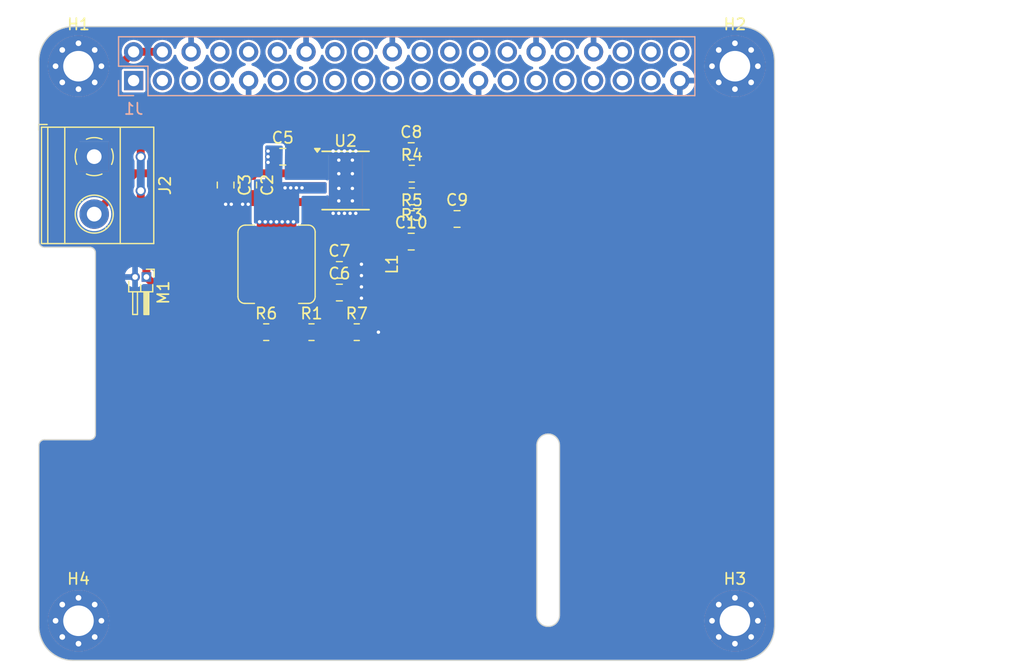
<source format=kicad_pcb>
(kicad_pcb
	(version 20240108)
	(generator "pcbnew")
	(generator_version "8.0")
	(general
		(thickness 1.6)
		(legacy_teardrops no)
	)
	(paper "A3")
	(title_block
		(date "15 nov 2012")
	)
	(layers
		(0 "F.Cu" signal)
		(31 "B.Cu" signal)
		(32 "B.Adhes" user "B.Adhesive")
		(33 "F.Adhes" user "F.Adhesive")
		(34 "B.Paste" user)
		(35 "F.Paste" user)
		(36 "B.SilkS" user "B.Silkscreen")
		(37 "F.SilkS" user "F.Silkscreen")
		(38 "B.Mask" user)
		(39 "F.Mask" user)
		(40 "Dwgs.User" user "User.Drawings")
		(41 "Cmts.User" user "User.Comments")
		(42 "Eco1.User" user "User.Eco1")
		(43 "Eco2.User" user "User.Eco2")
		(44 "Edge.Cuts" user)
		(45 "Margin" user)
		(46 "B.CrtYd" user "B.Courtyard")
		(47 "F.CrtYd" user "F.Courtyard")
		(48 "B.Fab" user)
		(49 "F.Fab" user)
		(50 "User.1" user)
		(51 "User.2" user)
		(52 "User.3" user)
		(53 "User.4" user)
		(54 "User.5" user)
		(55 "User.6" user)
		(56 "User.7" user)
		(57 "User.8" user)
		(58 "User.9" user)
	)
	(setup
		(stackup
			(layer "F.SilkS"
				(type "Top Silk Screen")
			)
			(layer "F.Paste"
				(type "Top Solder Paste")
			)
			(layer "F.Mask"
				(type "Top Solder Mask")
				(color "Green")
				(thickness 0.01)
			)
			(layer "F.Cu"
				(type "copper")
				(thickness 0.035)
			)
			(layer "dielectric 1"
				(type "core")
				(thickness 1.51)
				(material "FR4")
				(epsilon_r 4.5)
				(loss_tangent 0.02)
			)
			(layer "B.Cu"
				(type "copper")
				(thickness 0.035)
			)
			(layer "B.Mask"
				(type "Bottom Solder Mask")
				(color "Green")
				(thickness 0.01)
			)
			(layer "B.Paste"
				(type "Bottom Solder Paste")
			)
			(layer "B.SilkS"
				(type "Bottom Silk Screen")
			)
			(copper_finish "None")
			(dielectric_constraints no)
		)
		(pad_to_mask_clearance 0)
		(allow_soldermask_bridges_in_footprints no)
		(aux_axis_origin 100 100)
		(grid_origin 100 100)
		(pcbplotparams
			(layerselection 0x0000030_80000001)
			(plot_on_all_layers_selection 0x0000000_00000000)
			(disableapertmacros no)
			(usegerberextensions yes)
			(usegerberattributes no)
			(usegerberadvancedattributes no)
			(creategerberjobfile no)
			(dashed_line_dash_ratio 12.000000)
			(dashed_line_gap_ratio 3.000000)
			(svgprecision 6)
			(plotframeref no)
			(viasonmask no)
			(mode 1)
			(useauxorigin no)
			(hpglpennumber 1)
			(hpglpenspeed 20)
			(hpglpendiameter 15.000000)
			(pdf_front_fp_property_popups yes)
			(pdf_back_fp_property_popups yes)
			(dxfpolygonmode yes)
			(dxfimperialunits yes)
			(dxfusepcbnewfont yes)
			(psnegative no)
			(psa4output no)
			(plotreference yes)
			(plotvalue yes)
			(plotfptext yes)
			(plotinvisibletext no)
			(sketchpadsonfab no)
			(subtractmaskfromsilk no)
			(outputformat 1)
			(mirror no)
			(drillshape 1)
			(scaleselection 1)
			(outputdirectory "")
		)
	)
	(net 0 "")
	(net 1 "GND")
	(net 2 "/GPIO2{slash}SDA1")
	(net 3 "/GPIO3{slash}SCL1")
	(net 4 "/GPIO4{slash}GPCLK0")
	(net 5 "/GPIO14{slash}TXD0")
	(net 6 "/GPIO15{slash}RXD0")
	(net 7 "/GPIO17")
	(net 8 "/GPIO18{slash}PCM.CLK")
	(net 9 "/GPIO27")
	(net 10 "/GPIO22")
	(net 11 "/GPIO23")
	(net 12 "/GPIO24")
	(net 13 "/GPIO10{slash}SPI0.MOSI")
	(net 14 "/GPIO9{slash}SPI0.MISO")
	(net 15 "/GPIO25")
	(net 16 "/GPIO11{slash}SPI0.SCLK")
	(net 17 "/GPIO8{slash}SPI0.CE0")
	(net 18 "/GPIO7{slash}SPI0.CE1")
	(net 19 "/ID_SDA")
	(net 20 "/ID_SCL")
	(net 21 "/GPIO5")
	(net 22 "/GPIO6")
	(net 23 "/GPIO12{slash}PWM0")
	(net 24 "/GPIO13{slash}PWM1")
	(net 25 "/GPIO19{slash}PCM.FS")
	(net 26 "/GPIO16")
	(net 27 "/GPIO26")
	(net 28 "/GPIO20{slash}PCM.DIN")
	(net 29 "/GPIO21{slash}PCM.DOUT")
	(net 30 "+5V")
	(net 31 "+3V3")
	(net 32 "Net-(U2-SS)")
	(net 33 "Net-(U2-COMP)")
	(net 34 "Net-(U2-VSENSE)")
	(net 35 "Net-(U2-BOOT)")
	(net 36 "Net-(J2-Pin_2)")
	(net 37 "Net-(U2-EN)")
	(net 38 "Net-(U2-PH)")
	(net 39 "Net-(R1-Pad1)")
	(net 40 "Net-(C9-Pad1)")
	(footprint "Capacitor_SMD:C_0805_2012Metric" (layer "F.Cu") (at 136.95 61))
	(footprint "Capacitor_SMD:C_0805_2012Metric" (layer "F.Cu") (at 126.55 65.5))
	(footprint "Capacitor_SMD:C_0805_2012Metric" (layer "F.Cu") (at 116.5 58 -90))
	(footprint "Connector_PinHeader_1.00mm:PinHeader_1x02_P1.00mm_Horizontal" (layer "F.Cu") (at 109.5 66.125 -90))
	(footprint "MountingHole:MountingHole_2.7mm_Pad_Via" (layer "F.Cu") (at 161.5 96.5))
	(footprint "Capacitor_SMD:C_0805_2012Metric" (layer "F.Cu") (at 118.5 58 -90))
	(footprint "Capacitor_SMD:C_0805_2012Metric" (layer "F.Cu") (at 132.9 55))
	(footprint "Resistor_SMD:R_0805_2012Metric_Pad1.20x1.40mm_HandSolder" (layer "F.Cu") (at 132.95 59 180))
	(footprint "Resistor_SMD:R_0805_2012Metric" (layer "F.Cu") (at 128.0875 71))
	(footprint "Resistor_SMD:R_0805_2012Metric" (layer "F.Cu") (at 132.95 61))
	(footprint "Inductor_SMD:L_Bourns_SRP7028A_7.3x6.6mm" (layer "F.Cu") (at 121 65 -90))
	(footprint "Package_SO:TI_SO-PowerPAD-8_ThermalVias" (layer "F.Cu") (at 127.1 57.6))
	(footprint "Capacitor_SMD:C_0805_2012Metric" (layer "F.Cu") (at 126.55 67.5))
	(footprint "Resistor_SMD:R_0805_2012Metric" (layer "F.Cu") (at 120.0875 71))
	(footprint "Resistor_SMD:R_0805_2012Metric" (layer "F.Cu") (at 132.95 57))
	(footprint "MountingHole:MountingHole_2.7mm_Pad_Via" (layer "F.Cu") (at 103.5 47.5))
	(footprint "MountingHole:MountingHole_2.7mm_Pad_Via" (layer "F.Cu") (at 103.5 96.5))
	(footprint "Capacitor_SMD:C_0805_2012Metric" (layer "F.Cu") (at 132.9 63))
	(footprint "MountingHole:MountingHole_2.7mm_Pad_Via" (layer "F.Cu") (at 161.5 47.5))
	(footprint "TerminalBlock_Phoenix:TerminalBlock_Phoenix_MKDS-1,5-2-5.08_1x02_P5.08mm_Horizontal" (layer "F.Cu") (at 104.89 55.49 -90))
	(footprint "Capacitor_SMD:C_0805_2012Metric" (layer "F.Cu") (at 121.55 55.5))
	(footprint "Resistor_SMD:R_0805_2012Metric" (layer "F.Cu") (at 124.0875 71))
	(footprint "Connector_PinSocket_2.54mm:PinSocket_2x20_P2.54mm_Vertical" (layer "B.Cu") (at 108.37 48.77 -90))
	(gr_line
		(start 162 43.5)
		(end 103 43.5)
		(stroke
			(width 0.1)
			(type solid)
		)
		(layer "Dwgs.User")
		(uuid "01542f4c-3eb2-4377-aa27-d2b8ce1768a9")
	)
	(gr_rect
		(start 166 81.825)
		(end 187 97.675)
		(locked yes)
		(stroke
			(width 0.1)
			(type solid)
		)
		(fill none)
		(layer "Dwgs.User")
		(uuid "0361f1e7-3200-462a-a139-1890cc8ecc5d")
	)
	(gr_line
		(start 165 47)
		(end 165 46.5)
		(stroke
			(width 0.1)
			(type solid)
		)
		(layer "Dwgs.User")
		(uuid "1c827ef1-a4b7-41e6-9843-2391dad87159")
	)
	(gr_rect
		(start 169.9 64.45)
		(end 187 77.55)
		(locked yes)
		(stroke
			(width 0.1)
			(type solid)
		)
		(fill none)
		(layer "Dwgs.User")
		(uuid "29df31ed-bd0f-485f-bd0e-edc97e11b54b")
	)
	(gr_arc
		(start 100 46.5)
		(mid 100.87868 44.37868)
		(end 103 43.5)
		(stroke
			(width 0.1)
			(type solid)
		)
		(layer "Dwgs.User")
		(uuid "42d5b9a3-d935-43ec-bdfc-fa50e30497f4")
	)
	(gr_line
		(start 100 63)
		(end 100 81)
		(stroke
			(width 0.1)
			(type solid)
		)
		(layer "Dwgs.User")
		(uuid "4785dad4-8d69-4ebb-ad9a-015d184243b4")
	)
	(gr_line
		(start 100 47)
		(end 100 46.5)
		(stroke
			(width 0.1)
			(type solid)
		)
		(layer "Dwgs.User")
		(uuid "5003d121-afa9-4506-b1cb-3d24d05e3522")
	)
	(gr_rect
		(start 169.9 46.355925)
		(end 187 59.455925)
		(locked yes)
		(stroke
			(width 0.1)
			(type solid)
		)
		(fill none)
		(layer "Dwgs.User")
		(uuid "55c2b75d-5e45-4a08-ab83-0bcdd5f03b6a")
	)
	(gr_arc
		(start 162 43.5)
		(mid 164.12132 44.37868)
		(end 165 46.5)
		(stroke
			(width 0.1)
			(type solid)
		)
		(layer "Dwgs.User")
		(uuid "5e402a36-e967-4e97-aadc-cb7fffb01a5a")
	)
	(gr_arc
		(start 100.5 63.5)
		(mid 100.146447 63.353553)
		(end 100 63)
		(stroke
			(width 0.1)
			(type solid)
		)
		(layer "Edge.Cuts")
		(uuid "1cbbeb2e-83bf-40c4-9181-345b5ff6244b")
	)
	(gr_arc
		(start 162 44)
		(mid 164.12132 44.87868)
		(end 165 47)
		(stroke
			(width 0.1)
			(type solid)
		)
		(layer "Edge.Cuts")
		(uuid "22a2f42c-876a-42fd-9fcb-c4fcc64c52f2")
	)
	(gr_line
		(start 165 97)
		(end 165 47)
		(stroke
			(width 0.1)
			(type solid)
		)
		(layer "Edge.Cuts")
		(uuid "28e9ec81-3c9e-45e1-be06-2c4bf6e056f0")
	)
	(gr_line
		(start 100 47)
		(end 100 63)
		(stroke
			(width 0.1)
			(type solid)
		)
		(layer "Edge.Cuts")
		(uuid "37914bed-263c-4116-a3f8-80eebeda652f")
	)
	(gr_line
		(start 146 81)
		(end 146 96)
		(stroke
			(width 0.1)
			(type solid)
		)
		(layer "Edge.Cuts")
		(uuid "79c07597-5ab9-4d26-b4b3-a70ae9dcd11d")
	)
	(gr_line
		(start 144 96)
		(end 144 81)
		(stroke
			(width 0.1)
			(type solid)
		)
		(layer "Edge.Cuts")
		(uuid "81e492f6-268f-4ce2-bb45-32834e67e85b")
	)
	(gr_arc
		(start 103 100)
		(mid 100.87868 99.12132)
		(end 100 97)
		(stroke
			(width 0.1)
			(type solid)
		)
		(layer "Edge.Cuts")
		(uuid "8472a348-457a-4fa7-a2e1-f3c62839464b")
	)
	(gr_line
		(start 103 100)
		(end 162 100)
		(stroke
			(width 0.1)
			(type solid)
		)
		(layer "Edge.Cuts")
		(uuid "8a7173fa-a5b9-4168-a27e-ca55f1177d0d")
	)
	(gr_line
		(start 104.5 80.5)
		(end 100.5 80.5)
		(stroke
			(width 0.1)
			(type solid)
		)
		(layer "Edge.Cuts")
		(uuid "97ae713b-7d2d-4a60-bcd9-2dd4b368aa15")
	)
	(gr_arc
		(start 144 81)
		(mid 145 80)
		(end 146 81)
		(stroke
			(width 0.1)
			(type solid)
		)
		(layer "Edge.Cuts")
		(uuid "b6c3db4f-e418-4da3-aef6-5010435bcf13")
	)
	(gr_arc
		(start 100 81)
		(mid 100.146138 80.646755)
		(end 100.499127 80.500001)
		(stroke
			(width 0.1)
			(type solid)
		)
		(layer "Edge.Cuts")
		(uuid "c389f2b1-4f48-4b83-bc49-b9c848c13388")
	)
	(gr_arc
		(start 165 97)
		(mid 164.12132 99.12132)
		(end 162 100)
		(stroke
			(width 0.1)
			(type solid)
		)
		(layer "Edge.Cuts")
		(uuid "c7b345f0-09d6-40ac-8b3c-c73de04b41ce")
	)
	(gr_line
		(start 105 64)
		(end 105 80)
		(stroke
			(width 0.1)
			(type solid)
		)
		(layer "Edge.Cuts")
		(uuid "ca58cd03-72f8-4aa1-9c49-e57771516d3b")
	)
	(gr_arc
		(start 100 47)
		(mid 100.87868 44.87868)
		(end 103 44)
		(stroke
			(width 0.1)
			(type solid)
		)
		(layer "Edge.Cuts")
		(uuid "ccd65f21-b02e-4d31-b8df-11f6ca2d4d24")
	)
	(gr_arc
		(start 146 96)
		(mid 145 97)
		(end 144 96)
		(stroke
			(width 0.1)
			(type solid)
		)
		(layer "Edge.Cuts")
		(uuid "d4c39290-1388-499e-abdc-d2c7dce5190a")
	)
	(gr_line
		(start 100 81)
		(end 100 97)
		(stroke
			(width 0.1)
			(type solid)
		)
		(layer "Edge.Cuts")
		(uuid "e7760343-1bc1-4276-98d8-48a16a705580")
	)
	(gr_line
		(start 100.5 63.5)
		(end 104.5 63.5)
		(stroke
			(width 0.1)
			(type solid)
		)
		(layer "Edge.Cuts")
		(uuid "e8b6e282-1f54-4aa1-a0f2-cc1b0a55c7aa")
	)
	(gr_arc
		(start 105 80)
		(mid 104.853553 80.353553)
		(end 104.5 80.5)
		(stroke
			(width 0.1)
			(type solid)
		)
		(layer "Edge.Cuts")
		(uuid "f07b6ce9-d2eb-486d-bee9-15304e35501c")
	)
	(gr_arc
		(start 104.5 63.5)
		(mid 104.853553 63.646447)
		(end 105 64)
		(stroke
			(width 0.1)
			(type solid)
		)
		(layer "Edge.Cuts")
		(uuid "f78d019e-cf6e-46b1-83f8-3ba515696edd")
	)
	(gr_line
		(start 162 44)
		(end 103 44)
		(stroke
			(width 0.1)
			(type solid)
		)
		(layer "Edge.Cuts")
		(uuid "fca60233-ea1e-489e-a685-c8fb6788f150")
	)
	(gr_text "USB"
		(at 177.724 71.552 0)
		(layer "Dwgs.User")
		(uuid "00000000-0000-0000-0000-0000580cbbe9")
		(effects
			(font
				(size 2 2)
				(thickness 0.15)
			)
		)
	)
	(gr_text "RJ45"
		(at 176.2 89.84 0)
		(layer "Dwgs.User")
		(uuid "00000000-0000-0000-0000-0000580cbbeb")
		(effects
			(font
				(size 2 2)
				(thickness 0.15)
			)
		)
	)
	(gr_text "DISPLAY (OPTIONAL)"
		(at 102.5 72 90)
		(layer "Dwgs.User")
		(uuid "00000000-0000-0000-0000-0000580cbbff")
		(effects
			(font
				(size 1 1)
				(thickness 0.15)
			)
		)
	)
	(gr_text "CAMERA (OPTIONAL)"
		(at 145 88.5 90)
		(layer "Dwgs.User")
		(uuid "1811fd1a-b55e-4d16-931d-f9ec6a9e16f7")
		(effects
			(font
				(size 1 1)
				(thickness 0.15)
			)
		)
	)
	(gr_text "USB"
		(at 178.232 52.248 0)
		(layer "Dwgs.User")
		(uuid "3b108586-2520-4867-9c38-7334a1000bb5")
		(effects
			(font
				(size 2 2)
				(thickness 0.15)
			)
		)
	)
	(gr_text "Extend PCB edge 0.5mm if using SMT header"
		(at 103 42.5 0)
		(layer "Dwgs.User")
		(uuid "5655325a-c0de-4b05-aadb-72ac1902d527")
		(effects
			(font
				(size 1 1)
				(thickness 0.15)
			)
			(justify left)
		)
	)
	(gr_text "PoE"
		(at 161.5 53.64 0)
		(layer "Dwgs.User")
		(uuid "6528a76f-b7a7-4621-952f-d7da1058963a")
		(effects
			(font
				(size 1 1)
				(thickness 0.15)
			)
		)
	)
	(segment
		(start 130 71)
		(end 129 71)
		(width 0.2)
		(layer "F.Cu")
		(net 1)
		(uuid "281efc35-0fd2-4022-86c5-2d67dde9095d")
	)
	(segment
		(start 126.395 59.505)
		(end 126.5 59.4)
		(width 0.7)
		(layer "F.Cu")
		(net 1)
		(uuid "3e49fea6-81c9-49be-b78b-a9c31c570a74")
	)
	(segment
		(start 124.4 59.505)
		(end 116.505 59.505)
		(width 0.7)
		(layer "F.Cu")
		(net 1)
		(uuid "96725bb3-8557-4e62-a232-0aa62a4b9233")
	)
	(segment
		(start 124.4 59.505)
		(end 126.395 59.505)
		(width 0.7)
		(layer "F.Cu")
		(net 1)
		(uuid "cdc2c5cf-6bd8-4fd5-82b5-68873a5621e1")
	)
	(segment
		(start 116.505 59.505)
		(end 116.5 59.5)
		(width 0.7)
		(layer "F.Cu")
		(net 1)
		(uuid "da6e0b8c-0227-471a-b4c5-ff5a84d92c9c")
	)
	(via
		(at 117 59.7)
		(size 0.5)
		(drill 0.3)
		(layers "F.Cu" "B.Cu")
		(net 1)
		(uuid "2377a015-c5e4-4c1b-894c-9e37817f3dcc")
	)
	(via
		(at 126.5 60.5)
		(size 0.5)
		(drill 0.3)
		(layers "F.Cu" "B.Cu")
		(net 1)
		(uuid "2c6426c8-6271-4f6c-af1a-8a2065ebbf74")
	)
	(via
		(at 128 60.5)
		(size 0.5)
		(drill 0.3)
		(layers "F.Cu" "B.Cu")
		(net 1)
		(uuid "3a64a9db-82ea-4cac-84ab-f1ee7e40f53d")
	)
	(via
		(at 118 59.7)
		(size 0.5)
		(drill 0.3)
		(layers "F.Cu" "B.Cu")
		(net 1)
		(uuid "3b1e4f56-9a3c-42bd-953b-d7cf265956fd")
	)
	(via
		(at 127 55)
		(size 0.5)
		(drill 0.3)
		(layers "F.Cu" "B.Cu")
		(net 1)
		(uuid "3e978950-4267-4855-9b03-94ba5ac0c555")
	)
	(via
		(at 128 55)
		(size 0.5)
		(drill 0.3)
		(layers "F.Cu" "B.Cu")
		(net 1)
		(uuid "3f7f0bba-d54e-448c-ac18-feee9003d982")
	)
	(via
		(at 116.5 59.7)
		(size 0.5)
		(drill 0.3)
		(layers "F.Cu" "B.Cu")
		(net 1)
		(uuid "5628e66d-419c-40e8-b36a-ebd89ddb3f0c")
	)
	(via
		(at 126 55)
		(size 0.5)
		(drill 0.3)
		(layers "F.Cu" "B.Cu")
		(net 1)
		(uuid "6f397057-958b-4963-aa02-a68301edf74e")
	)
	(via
		(at 127 60.5)
		(size 0.5)
		(drill 0.3)
		(layers "F.Cu" "B.Cu")
		(net 1)
		(uuid "78b20a62-6a2a-4e4a-8b19-539a857d6606")
	)
	(via
		(at 127.5 55)
		(size 0.5)
		(drill 0.3)
		(layers "F.Cu" "B.Cu")
		(net 1)
		(uuid "810dd8af-4dea-4b2c-964c-a445e030a5bd")
	)
	(via
		(at 126 60.5)
		(size 0.5)
		(drill 0.3)
		(layers "F.Cu" "B.Cu")
		(net 1)
		(uuid "88ec7c52-e61e-4bd0-90ca-133ccf7f6f6f")
	)
	(via
		(at 128.5 68)
		(size 0.5)
		(drill 0.3)
		(layers "F.Cu" "B.Cu")
		(net 1)
		(uuid "8f35fce6-d6aa-4308-af6b-b602b97c4d37")
	)
	(via
		(at 118.5 59.7)
		(size 0.5)
		(drill 0.3)
		(layers "F.Cu" "B.Cu")
		(net 1)
		(uuid "a32f1432-3389-4865-b27b-2102a2ecc351")
	)
	(via
		(at 128.5 65)
		(size 0.5)
		(drill 0.3)
		(layers "F.Cu" "B.Cu")
		(net 1)
		(uuid "af747432-e2fe-4cf9-b502-90d5433bb14e")
	)
	(via
		(at 130 71)
		(size 0.5)
		(drill 0.3)
		(layers "F.Cu" "B.Cu")
		(net 1)
		(uuid "b30037c8-ca47-4304-a1b1-e604c0fd5239")
	)
	(via
		(at 127.5 60.5)
		(size 0.5)
		(drill 0.3)
		(layers "F.Cu" "B.Cu")
		(net 1)
		(uuid "b878b724-3083-4f12-94a9-a1ba83662bff")
	)
	(via
		(at 128.5 66)
		(size 0.5)
		(drill 0.3)
		(layers "F.Cu" "B.Cu")
		(net 1)
		(uuid "dfd30fd7-65fd-4be6-9062-1d92d733b159")
	)
	(via
		(at 126.5 55)
		(size 0.5)
		(drill 0.3)
		(layers "F.Cu" "B.Cu")
		(net 1)
		(uuid "ef390930-9861-4ac5-a905-2fdad2161904")
	)
	(via
		(at 128.5 67)
		(size 0.5)
		(drill 0.3)
		(layers "F.Cu" "B.Cu")
		(net 1)
		(uuid "f8a86b01-3d9c-42fd-8ea5-2ec3f990cba4")
	)
	(segment
		(start 111.1 67.725)
		(end 109.5 66.125)
		(width 0.7)
		(layer "F.Cu")
		(net 30)
		(uuid "1cc6fde0-3a03-4413-a929-1a320fe2b130")
	)
	(segment
		(start 106.75 47.85)
		(end 106.75 50.75)
		(width 0.7)
		(layer "F.Cu")
		(net 30)
		(uuid "28f99762-545e-47ab-a711-0d5c536ba7cf")
	)
	(segment
		(start 119.175 71)
		(end 119.175 70.075)
		(width 0.2)
		(layer "F.Cu")
		(net 30)
		(uuid "2fc3cf07-6f50-491b-a771-e6ac5eaafe1d")
	)
	(segment
		(start 109 53)
		(end 109 55.5)
		(width 0.7)
		(layer "F.Cu")
		(net 30)
		(uuid "39c4c76c-b0a9-45c3-992c-e894dc0997c7")
	)
	(segment
		(start 108.37 46.23)
		(end 106.75 47.85)
		(width 0.7)
		(layer "F.Cu")
		(net 30)
		(uuid "43ef079a-3ab3-4484-a283-135af13f6cc4")
	)
	(segment
		(start 109.5 64)
		(end 109.5 66.125)
		(width 0.7)
		(layer "F.Cu")
		(net 30)
		(uuid "5c9292d5-2b1e-41ad-a4be-f8ece4f71721")
	)
	(segment
		(start 109 58.5)
		(end 109 63.5)
		(width 0.7)
		(layer "F.Cu")
		(net 30)
		(uuid "64a7e313-c529-4713-a7ed-19a0613bac91")
	)
	(segment
		(start 110.91 46.23)
		(end 108.37 46.23)
		(width 0.7)
		(layer "F.Cu")
		(net 30)
		(uuid "73063504-1bb5-4eb1-87e4-098636eb59b8")
	)
	(segment
		(start 121 67.725)
		(end 111.1 67.725)
		(width 0.7)
		(layer "F.Cu")
		(net 30)
		(uuid "7b345350-dedb-4356-8584-956d7d816027")
	)
	(segment
		(start 121 68.25)
		(end 121 67.725)
		(width 0.2)
		(layer "F.Cu")
		(net 30)
		(uuid "7f427bde-0bf5-4d3a-9835-d0d04f55400d")
	)
	(segment
		(start 106.75 50.75)
		(end 109 53)
		(width 0.7)
		(layer "F.Cu")
		(net 30)
		(uuid "821da5e6-94cf-40f2-9dac-5ebed91d8f62")
	)
	(segment
		(start 119.175 70.075)
		(end 121 68.25)
		(width 0.2)
		(layer "F.Cu")
		(net 30)
		(uuid "c2234d28-a4d4-4355-9804-6d3e83604731")
	)
	(segment
		(start 109 63.5)
		(end 109.5 64)
		(width 0.7)
		(layer "F.Cu")
		(net 30)
		(uuid "e04ce248-1ce1-4b9b-96d6-4345cf1d891a")
	)
	(via
		(at 109 58.5)
		(size 0.9)
		(drill 0.6)
		(layers "F.Cu" "B.Cu")
		(net 30)
		(uuid "86491643-c990-4ce9-871e-ff6fb50d2dfd")
	)
	(via
		(at 109 55.5)
		(size 0.9)
		(drill 0.6)
		(layers "F.Cu" "B.Cu")
		(net 30)
		(uuid "ad1c73c1-0bfc-4b91-9a3c-f03b6c79d212")
	)
	(segment
		(start 109 55.5)
		(end 109 58.5)
		(width 0.7)
		(layer "B.Cu")
		(net 30)
		(uuid "12db587a-8df5-4d42-b052-c21bfd93a6b5")
	)
	(segment
		(start 129.8 59.505)
		(end 129.8 68.375)
		(width 0.2)
		(layer "F.Cu")
		(net 34)
		(uuid "90f60171-138b-4cf7-972c-4c299373ee4a")
	)
	(segment
		(start 129.8 68.375)
		(end 127.175 71)
		(width 0.2)
		(layer "F.Cu")
		(net 34)
		(uuid "faa6eae4-2829-4ea5-9b4c-8a7dc417f571")
	)
	(segment
		(start 127.175 71)
		(end 125 71)
		(width 0.2)
		(layer "F.Cu")
		(net 34)
		(uuid "fc54930e-34e4-4628-899e-7de281b3b528")
	)
	(segment
		(start 124.4 55.695)
		(end 122.695 55.695)
		(width 0.2)
		(layer "F.Cu")
		(net 35)
		(uuid "5b185384-d2b4-45dd-bb05-dbac7f5bb50c")
	)
	(segment
		(start 122.695 55.695)
		(end 122.5 55.5)
		(width 0.2)
		(layer "F.Cu")
		(net 35)
		(uuid "65da23cb-18c3-4ec1-aa0d-773f418e1bc2")
	)
	(segment
		(start 124.4 56.965)
		(end 108.495 56.965)
		(width 0.7)
		(layer "F.Cu")
		(net 36)
		(uuid "313c898f-8f0b-4fc4-b4d1-c4334b7c4712")
	)
	(segment
		(start 108.495 56.965)
		(end 104.89 60.57)
		(width 0.7)
		(layer "F.Cu")
		(net 36)
		(uuid "561003c5-f113-4821-afa8-ef006928c550")
	)
	(via
		(at 119.5 61.25)
		(size 0.5)
		(drill 0.3)
		(layers "F.Cu" "B.Cu")
		(net 38)
		(uuid "14befd8d-8f3e-4f45-916f-bd57a0472a7a")
	)
	(via
		(at 120.5 61.25)
		(size 0.5)
		(drill 0.3)
		(layers "F.Cu" "B.Cu")
		(net 38)
		(uuid "21190211-4fde-497c-888f-33bdbfecde79")
	)
	(via
		(at 120.25 56)
		(size 0.5)
		(drill 0.3)
		(layers "F.Cu" "B.Cu")
		(net 38)
		(uuid "342e4622-f501-4c74-a79b-20815a1b3dbb")
	)
	(via
		(at 122.75 58.25)
		(size 0.5)
		(drill 0.3)
		(layers "F.Cu" "B.Cu")
		(net 38)
		(uuid "40803d92-0452-4fba-80e3-509714974ab4")
	)
	(via
		(at 122.25 58.25)
		(size 0.5)
		(drill 0.3)
		(layers "F.Cu" "B.Cu")
		(net 38)
		(uuid "44b99f72-b741-4190-ad7d-8bdd5d42b761")
	)
	(via
		(at 121 61.25)
		(size 0.5)
		(drill 0.3)
		(layers "F.Cu" "B.Cu")
		(net 38)
		(uuid "604a627d-cebf-4ed5-bd1e-992040b3995f")
	)
	(via
		(at 120 61.25)
		(size 0.5)
		(drill 0.3)
		(layers "F.Cu" "B.Cu")
		(net 38)
		(uuid "a8a3a2e3-2f58-4c4b-8718-9330d9272225")
	)
	(via
		(at 122 61.25)
		(size 0.5)
		(drill 0.3)
		(layers "F.Cu" "B.Cu")
		(net 38)
		(uuid "c5527791-b82b-4178-a7ed-ad39f04f0e27")
	)
	(via
		(at 121.5 61.25)
		(size 0.5)
		(drill 0.3)
		(layers "F.Cu" "B.Cu")
		(net 38)
		(uuid "cb800feb-1f1b-4c63-b1be-4c7b6e5fbea2")
	)
	(via
		(at 120.25 55)
		(size 0.5)
		(drill 0.3)
		(layers "F.Cu" "B.Cu")
		(net 38)
		(uuid "d1d23687-34ba-49f4-a84c-915264b9f56a")
	)
	(via
		(at 120.25 55.5)
		(size 0.5)
		(drill 0.3)
		(layers "F.Cu" "B.Cu")
		(net 38)
		(uuid "d830fae1-8ac7-413b-a7f7-7f04ac300cba")
	)
	(via
		(at 122.5 61.25)
		(size 0.5)
		(drill 0.3)
		(layers "F.Cu" "B.Cu")
		(net 38)
		(uuid "ea3db0d5-044a-4591-b08c-2de6bc96965a")
	)
	(via
		(at 121.75 58.25)
		(size 0.5)
		(drill 0.3)
		(layers "F.Cu" "B.Cu")
		(net 38)
		(uuid "f71c925a-61f0-4eff-bae7-fe435d1b44d0")
	)
	(via
		(at 123.25 58.25)
		(size 0.5)
		(drill 0.3)
		(layers "F.Cu" "B.Cu")
		(net 38)
		(uuid "f8db6338-8480-4e21-a0ea-271af455ff7d")
	)
	(segment
		(start 123.175 71)
		(end 121 71)
		(width 0.2)
		(layer "F.Cu")
		(net 39)
		(uuid "3492ef78-6d09-4ddb-916c-7aaf166517c7")
	)
	(zone
		(net 30)
		(net_name "+5V")
		(layer "F.Cu")
		(uuid "02f1671f-c674-4370-a8f3-24c4745cda30")
		(hatch edge 0.5)
		(priority 3)
		(connect_pads no
			(clearance 0)
		)
		(min_thickness 0.25)
		(filled_areas_thickness no)
		(fill yes
			(thermal_gap 0.5)
			(thermal_bridge_width 0.5)
			(island_removal_mode 1)
			(island_area_min 10)
		)
		(polygon
			(pts
				(xy 126 64.5) (xy 126 69.5) (xy 119 69.5) (xy 119 64.5)
			)
		)
		(filled_polygon
			(layer "F.Cu")
			(pts
				(xy 125.943039 64.519685) (xy 125.988794 64.572489) (xy 126 64.624) (xy 126 64.651) (xy 125.980315 64.718039)
				(xy 125.927511 64.763794) (xy 125.876 64.775) (xy 125.325373 64.775) (xy 125.252459 64.789503) (xy 125.252455 64.789505)
				(xy 125.16976 64.84476) (xy 125.114505 64.927455) (xy 125.114503 64.927459) (xy 125.1 65.000371)
				(xy 125.1 65.999628) (xy 125.114503 66.07254) (xy 125.114505 66.072544) (xy 125.16976 66.155239)
				(xy 125.252455 66.210494) (xy 125.252459 66.210496) (xy 125.325371 66.224999) (xy 125.325374 66.225)
				(xy 125.876 66.225) (xy 125.943039 66.244685) (xy 125.988794 66.297489) (xy 126 66.349) (xy 126 66.651)
				(xy 125.980315 66.718039) (xy 125.927511 66.763794) (xy 125.876 66.775) (xy 125.325373 66.775) (xy 125.252459 66.789503)
				(xy 125.252455 66.789505) (xy 125.16976 66.84476) (xy 125.114505 66.927455) (xy 125.114503 66.927459)
				(xy 125.1 67.000371) (xy 125.1 67.999628) (xy 125.114503 68.07254) (xy 125.114505 68.072544) (xy 125.16976 68.155239)
				(xy 125.252455 68.210494) (xy 125.252459 68.210496) (xy 125.325371 68.224999) (xy 125.325374 68.225)
				(xy 125.876 68.225) (xy 125.943039 68.244685) (xy 125.988794 68.297489) (xy 126 68.349) (xy 126 69.376)
				(xy 125.980315 69.443039) (xy 125.927511 69.488794) (xy 125.876 69.5) (xy 119.124 69.5) (xy 119.056961 69.480315)
				(xy 119.011206 69.427511) (xy 119 69.376) (xy 119 69.2) (xy 119.25 69.2) (xy 122.75 69.2) (xy 122.75 66.25)
				(xy 119.25 66.25) (xy 119.25 69.2) (xy 119 69.2) (xy 119 64.624) (xy 119.019685 64.556961) (xy 119.072489 64.511206)
				(xy 119.124 64.5) (xy 125.876 64.5)
			)
		)
	)
	(zone
		(net 1)
		(net_name "GND")
		(layer "F.Cu")
		(uuid "283db634-0d9f-4a02-8d11-906a72037007")
		(hatch edge 0.5)
		(priority 2)
		(connect_pads no
			(clearance 0)
		)
		(min_thickness 0.25)
		(filled_areas_thickness no)
		(fill yes
			(thermal_gap 0.5)
			(thermal_bridge_width 0.5)
			(island_removal_mode 1)
			(island_area_min 10)
		)
		(polygon
			(pts
				(xy 126.5 64) (xy 126.5 69) (xy 128.5 69) (xy 128.5 64)
			)
		)
		(filled_polygon
			(layer "F.Cu")
			(pts
				(xy 128.5 68.876) (xy 128.480315 68.943039) (xy 128.427511 68.988794) (xy 128.376 69) (xy 126.624 69)
				(xy 126.556961 68.980315) (xy 126.511206 68.927511) (xy 126.5 68.876) (xy 126.5 67.000371) (xy 127 67.000371)
				(xy 127 67.999628) (xy 127.014503 68.07254) (xy 127.014505 68.072544) (xy 127.06976 68.155239) (xy 127.152455 68.210494)
				(xy 127.152459 68.210496) (xy 127.225371 68.224999) (xy 127.225374 68.225) (xy 127.774626 68.225)
				(xy 127.774628 68.224999) (xy 127.84754 68.210496) (xy 127.847544 68.210494) (xy 127.930239 68.155239)
				(xy 127.985494 68.072544) (xy 127.985496 68.07254) (xy 127.999999 67.999628) (xy 128 67.999626)
				(xy 128 67.000373) (xy 127.999999 67.000371) (xy 127.985496 66.927459) (xy 127.985494 66.927455)
				(xy 127.930239 66.84476) (xy 127.847544 66.789505) (xy 127.84754 66.789503) (xy 127.774627 66.775)
				(xy 127.225373 66.775) (xy 127.152459 66.789503) (xy 127.152455 66.789505) (xy 127.06976 66.84476)
				(xy 127.014505 66.927455) (xy 127.014503 66.927459) (xy 127 67.000371) (xy 126.5 67.000371) (xy 126.5 65.000371)
				(xy 127 65.000371) (xy 127 65.999628) (xy 127.014503 66.07254) (xy 127.014505 66.072544) (xy 127.06976 66.155239)
				(xy 127.152455 66.210494) (xy 127.152459 66.210496) (xy 127.225371 66.224999) (xy 127.225374 66.225)
				(xy 127.774626 66.225) (xy 127.774628 66.224999) (xy 127.84754 66.210496) (xy 127.847544 66.210494)
				(xy 127.930239 66.155239) (xy 127.985494 66.072544) (xy 127.985496 66.07254) (xy 127.999999 65.999628)
				(xy 128 65.999626) (xy 128 65.000373) (xy 127.999999 65.000371) (xy 127.985496 64.927459) (xy 127.985494 64.927455)
				(xy 127.930239 64.84476) (xy 127.847544 64.789505) (xy 127.84754 64.789503) (xy 127.774627 64.775)
				(xy 127.225373 64.775) (xy 127.152459 64.789503) (xy 127.152455 64.789505) (xy 127.06976 64.84476)
				(xy 127.014505 64.927455) (xy 127.014503 64.927459) (xy 127 65.000371) (xy 126.5 65.000371) (xy 126.5 64)
				(xy 128.5 64)
			)
		)
	)
	(zone
		(net 1)
		(net_name "GND")
		(layer "F.Cu")
		(uuid "3c8b40ce-0e3c-44b7-a667-534d15d95841")
		(hatch edge 0.5)
		(priority 6)
		(connect_pads
			(clearance 0)
		)
		(min_thickness 0.25)
		(filled_areas_thickness no)
		(fill yes
			(thermal_gap 0.5)
			(thermal_bridge_width 0.5)
			(island_removal_mode 1)
			(island_area_min 10)
		)
		(polygon
			(pts
				(xy 128.5 53) (xy 136.5 53) (xy 136.5 54) (xy 128.5 54)
			)
		)
		(filled_polygon
			(layer "F.Cu")
			(pts
				(xy 136.443039 53.019685) (xy 136.488794 53.072489) (xy 136.5 53.124) (xy 136.5 53.876) (xy 136.480315 53.943039)
				(xy 136.427511 53.988794) (xy 136.376 54) (xy 128.5 54) (xy 128.5 53) (xy 136.376 53)
			)
		)
	)
	(zone
		(net 38)
		(net_name "Net-(U2-PH)")
		(layer "F.Cu")
		(uuid "53c49d8c-b798-40d1-80c2-9923e4803559")
		(hatch edge 0.5)
		(priority 5)
		(connect_pads
			(clearance 0)
		)
		(min_thickness 0.25)
		(filled_areas_thickness no)
		(fill yes
			(thermal_gap 0.5)
			(thermal_bridge_width 0.5)
			(island_removal_mode 1)
			(island_area_min 10)
		)
		(polygon
			(pts
				(xy 125.5 57.75) (xy 125.5 58.75) (xy 121.5 58.75) (xy 121.5 57.75)
			)
		)
		(filled_polygon
			(layer "F.Cu")
			(pts
				(xy 125.367539 57.769685) (xy 125.413294 57.822489) (xy 125.4245 57.874) (xy 125.4245 58.626) (xy 125.404815 58.693039)
				(xy 125.352011 58.738794) (xy 125.3005 58.75) (xy 121.624 58.75) (xy 121.556961 58.730315) (xy 121.511206 58.677511)
				(xy 121.5 58.626) (xy 121.5 57.874) (xy 121.519685 57.806961) (xy 121.572489 57.761206) (xy 121.624 57.75)
				(xy 125.3005 57.75)
			)
		)
	)
	(zone
		(net 1)
		(net_name "GND")
		(layer "F.Cu")
		(uuid "b0bbca5e-8b5f-4fe8-9138-f560d4b2f9f2")
		(hatch edge 0.5)
		(priority 1)
		(connect_pads
			(clearance 0)
		)
		(min_thickness 0.25)
		(filled_areas_thickness no)
		(fill yes
			(thermal_gap 0.5)
			(thermal_bridge_width 0.5)
		)
		(polygon
			(pts
				(xy 125.5 53) (xy 128.5 53) (xy 128.5 64) (xy 125.5 64)
			)
		)
		(filled_polygon
			(layer "F.Cu")
			(pts
				(xy 128.443039 59.869685) (xy 128.488794 59.922489) (xy 128.5 59.974) (xy 128.5 64) (xy 125.624 64)
				(xy 125.556961 63.980315) (xy 125.511206 63.927511) (xy 125.5 63.876) (xy 125.5 59.974) (xy 125.519685 59.906961)
				(xy 125.572489 59.861206) (xy 125.624 59.85) (xy 128.376 59.85)
			)
		)
		(filled_polygon
			(layer "F.Cu")
			(pts
				(xy 128.5 54) (xy 128.5 55.226) (xy 128.480315 55.293039) (xy 128.427511 55.338794) (xy 128.376 55.35)
				(xy 125.624 55.35) (xy 125.556961 55.330315) (xy 125.511206 55.277511) (xy 125.5 55.226) (xy 125.5 53.124)
				(xy 125.519685 53.056961) (xy 125.572489 53.011206) (xy 125.624 53) (xy 128.5 53)
			)
		)
	)
	(zone
		(net 0)
		(net_name "")
		(layer "B.Cu")
		(uuid "ab1c4aff-2e3b-49c6-ac2a-6145f3d7130f")
		(name "PoE")
		(hatch full 0.508)
		(connect_pads
			(clearance 0)
		)
		(min_thickness 0.254)
		(filled_areas_thickness no)
		(keepout
			(tracks allowed)
			(vias allowed)
			(pads allowed)
			(copperpour allowed)
			(footprints not_allowed)
		)
		(fill
			(thermal_gap 0.508)
			(thermal_bridge_width 0.508)
		)
		(polygon
			(pts
				(xy 164 56.14) (xy 159 56.14) (xy 159 51.14) (xy 164 51.14)
			)
		)
	)
	(zone
		(net 1)
		(net_name "GND")
		(layer "B.Cu")
		(uuid "b1e892fd-744e-45f7-99a8-ddd664183362")
		(hatch edge 0.5)
		(connect_pads
			(clearance 0)
		)
		(min_thickness 0.25)
		(filled_areas_thickness no)
		(fill yes
			(thermal_gap 0.5)
			(thermal_bridge_width 0.5)
		)
		(polygon
			(pts
				(xy 100 100) (xy 100 43) (xy 165 43) (xy 165 100)
			)
		)
		(filled_polygon
			(layer "B.Cu")
			(pts
				(xy 162.003472 44.050695) (xy 162.323297 44.068656) (xy 162.337094 44.07021) (xy 162.649457 44.123283)
				(xy 162.663014 44.126377) (xy 162.967469 44.214089) (xy 162.980593 44.218682) (xy 163.273304 44.339926)
				(xy 163.285826 44.345955) (xy 163.452594 44.438125) (xy 163.563139 44.499221) (xy 163.5749 44.506611)
				(xy 163.833314 44.689966) (xy 163.844174 44.698627) (xy 164.080418 44.909749) (xy 164.09025 44.919581)
				(xy 164.301372 45.155825) (xy 164.310035 45.166687) (xy 164.493385 45.425094) (xy 164.500778 45.43686)
				(xy 164.65404 45.714166) (xy 164.660073 45.726695) (xy 164.781317 46.019406) (xy 164.78591 46.03253)
				(xy 164.873622 46.336985) (xy 164.876716 46.350542) (xy 164.929787 46.662894) (xy 164.931344 46.676712)
				(xy 164.949305 46.996527) (xy 164.9495 47.00348) (xy 164.9495 96.996519) (xy 164.949305 97.003472)
				(xy 164.931344 97.323287) (xy 164.929787 97.337105) (xy 164.876716 97.649457) (xy 164.873622 97.663014)
				(xy 164.78591 97.967469) (xy 164.781317 97.980593) (xy 164.660073 98.273304) (xy 164.65404 98.285833)
				(xy 164.500778 98.563139) (xy 164.49338 98.574913) (xy 164.310043 98.833302) (xy 164.301372 98.844174)
				(xy 164.09025 99.080418) (xy 164.080418 99.09025) (xy 163.844174 99.301372) (xy 163.833302 99.310043)
				(xy 163.574913 99.49338) (xy 163.563139 99.500778) (xy 163.285833 99.65404) (xy 163.273304 99.660073)
				(xy 162.980593 99.781317) (xy 162.967469 99.78591) (xy 162.663014 99.873622) (xy 162.649457 99.876716)
				(xy 162.337105 99.929787) (xy 162.323287 99.931344) (xy 162.003472 99.949305) (xy 161.996519 99.9495)
				(xy 103.003481 99.9495) (xy 102.996528 99.949305) (xy 102.676712 99.931344) (xy 102.662894 99.929787)
				(xy 102.350542 99.876716) (xy 102.336985 99.873622) (xy 102.03253 99.78591) (xy 102.019406 99.781317)
				(xy 101.726695 99.660073) (xy 101.714166 99.65404) (xy 101.43686 99.500778) (xy 101.425094 99.493385)
				(xy 101.166687 99.310035) (xy 101.155825 99.301372) (xy 100.919581 99.09025) (xy 100.909749 99.080418)
				(xy 100.698627 98.844174) (xy 100.689966 98.833314) (xy 100.506611 98.5749) (xy 100.499221 98.563139)
				(xy 100.345959 98.285833) (xy 100.339926 98.273304) (xy 100.218682 97.980593) (xy 100.214089 97.967469)
				(xy 100.126377 97.663014) (xy 100.123283 97.649457) (xy 100.090951 97.459164) (xy 100.07021 97.337094)
				(xy 100.068656 97.323297) (xy 100.050695 97.003472) (xy 100.0505 96.996519) (xy 100.0505 96.5) (xy 100.795065 96.5)
				(xy 100.814786 96.826038) (xy 100.873667 97.147341) (xy 100.970835 97.459164) (xy 100.970839 97.459175)
				(xy 101.104897 97.757041) (xy 101.104898 97.757043) (xy 101.273887 98.036586) (xy 101.475329 98.293707)
				(xy 101.706292 98.52467) (xy 101.963413 98.726112) (xy 102.242956 98.895101) (xy 102.242958 98.895102)
				(xy 102.540824 99.02916) (xy 102.540835 99.029164) (xy 102.852658 99.126332) (xy 103.173961 99.185213)
				(xy 103.5 99.204934) (xy 103.826038 99.185213) (xy 104.147341 99.126332) (xy 104.459164 99.029164)
				(xy 104.459175 99.02916) (xy 104.757041 98.895102) (xy 104.757043 98.895101) (xy 105.036586 98.726112)
				(xy 105.293707 98.52467) (xy 105.52467 98.293707) (xy 105.726112 98.036586) (xy 105.895101 97.757043)
				(xy 105.895102 97.757041) (xy 106.02916 97.459175) (xy 106.029164 97.459164) (xy 106.126332 97.147341)
				(xy 106.185213 96.826038) (xy 106.204934 96.5) (xy 106.185213 96.173961) (xy 106.126332 95.852658)
				(xy 106.029164 95.540835) (xy 106.02916 95.540824) (xy 105.895102 95.242958) (xy 105.895101 95.242956)
				(xy 105.726112 94.963413) (xy 105.52467 94.706292) (xy 105.293707 94.475329) (xy 105.036586 94.273887)
				(xy 104.757043 94.104898) (xy 104.757041 94.104897) (xy 104.459175 93.970839) (xy 104.459164 93.970835)
				(xy 104.147341 93.873667) (xy 103.826038 93.814786) (xy 103.5 93.795065) (xy 103.173961 93.814786)
				(xy 102.852658 93.873667) (xy 102.540835 93.970835) (xy 102.540824 93.970839) (xy 102.242958 94.104897)
				(xy 102.242956 94.104898) (xy 101.963413 94.273887) (xy 101.706292 94.475329) (xy 101.475329 94.706292)
				(xy 101.273887 94.963413) (xy 101.104898 95.242956) (xy 101.104897 95.242958) (xy 100.970839 95.540824)
				(xy 100.970835 95.540835) (xy 100.873667 95.852658) (xy 100.814786 96.173961) (xy 100.795065 96.5)
				(xy 100.0505 96.5) (xy 100.0505 81.008115) (xy 100.051557 80.991961) (xy 100.0633 80.902657) (xy 143.9495 80.902657)
				(xy 143.9495 80.979082) (xy 143.9495 95.983592) (xy 143.9495 96) (xy 143.9495 96.097343) (xy 143.985274 96.288714)
				(xy 143.985275 96.288716) (xy 144.0556 96.470248) (xy 144.055604 96.470257) (xy 144.15809 96.635778)
				(xy 144.158092 96.63578) (xy 144.289248 96.779652) (xy 144.350673 96.826038) (xy 144.444614 96.896979)
				(xy 144.513452 96.931256) (xy 144.618879 96.983753) (xy 144.618883 96.983754) (xy 144.61889 96.983758)
				(xy 144.806144 97.037037) (xy 144.999999 97.055) (xy 145 97.055) (xy 145.000001 97.055) (xy 145.096928 97.046018)
				(xy 145.193856 97.037037) (xy 145.38111 96.983758) (xy 145.555386 96.896979) (xy 145.710749 96.779654)
				(xy 145.841908 96.63578) (xy 145.925979 96.5) (xy 158.795065 96.5) (xy 158.814786 96.826038) (xy 158.873667 97.147341)
				(xy 158.970835 97.459164) (xy 158.970839 97.459175) (xy 159.104897 97.757041) (xy 159.104898 97.757043)
				(xy 159.273887 98.036586) (xy 159.475329 98.293707) (xy 159.706292 98.52467) (xy 159.963413 98.726112)
				(xy 160.242956 98.895101) (xy 160.242958 98.895102) (xy 160.540824 99.02916) (xy 160.540835 99.029164)
				(xy 160.852658 99.126332) (xy 161.173961 99.185213) (xy 161.5 99.204934) (xy 161.826038 99.185213)
				(xy 162.147341 99.126332) (xy 162.459164 99.029164) (xy 162.459175 99.02916) (xy 162.757041 98.895102)
				(xy 162.757043 98.895101) (xy 163.036586 98.726112) (xy 163.293707 98.52467) (xy 163.52467 98.293707)
				(xy 163.726112 98.036586) (xy 163.895101 97.757043) (xy 163.895102 97.757041) (xy 164.02916 97.459175)
				(xy 164.029164 97.459164) (xy 164.126332 97.147341) (xy 164.185213 96.826038) (xy 164.204934 96.5)
				(xy 164.185213 96.173961) (xy 164.126332 95.852658) (xy 164.029164 95.540835) (xy 164.02916 95.540824)
				(xy 163.895102 95.242958) (xy 163.895101 95.242956) (xy 163.726112 94.963413) (xy 163.52467 94.706292)
				(xy 163.293707 94.475329) (xy 163.036586 94.273887) (xy 162.757043 94.104898) (xy 162.757041 94.104897)
				(xy 162.459175 93.970839) (xy 162.459164 93.970835) (xy 162.147341 93.873667) (xy 161.826038 93.814786)
				(xy 161.5 93.795065) (xy 161.173961 93.814786) (xy 160.852658 93.873667) (xy 160.540835 93.970835)
				(xy 160.540824 93.970839) (xy 160.242958 94.104897) (xy 160.242956 94.104898) (xy 159.963413 94.273887)
				(xy 159.706292 94.475329) (xy 159.475329 94.706292) (xy 159.273887 94.963413) (xy 159.104898 95.242956)
				(xy 159.104897 95.242958) (xy 158.970839 95.540824) (xy 158.970835 95.540835) (xy 158.873667 95.852658)
				(xy 158.814786 96.173961) (xy 158.795065 96.5) (xy 145.925979 96.5) (xy 145.944397 96.470254) (xy 146.014726 96.288714)
				(xy 146.0505 96.097343) (xy 146.0505 96) (xy 146.0505 95.983592) (xy 146.0505 80.979082) (xy 146.0505 80.902657)
				(xy 146.014726 80.711286) (xy 145.944397 80.529746) (xy 145.940155 80.522895) (xy 145.841909 80.364221)
				(xy 145.841907 80.364219) (xy 145.710751 80.220347) (xy 145.555386 80.103021) (xy 145.38112 80.016246)
				(xy 145.381107 80.016241) (xy 145.193854 79.962962) (xy 145.193855 79.962962) (xy 145.000001 79.945)
				(xy 144.999999 79.945) (xy 144.806144 79.962962) (xy 144.618892 80.016241) (xy 144.618879 80.016246)
				(xy 144.444613 80.103021) (xy 144.289248 80.220347) (xy 144.158092 80.364219) (xy 144.15809 80.364221)
				(xy 144.055604 80.529742) (xy 144.0556 80.529751) (xy 143.991436 80.695379) (xy 143.985274 80.711286)
				(xy 143.9495 80.902657) (xy 100.0633 80.902657) (xy 100.063657 80.899945) (xy 100.072013 80.868726)
				(xy 100.10436 80.790538) (xy 100.120506 80.762535) (xy 100.171963 80.695373) (xy 100.194803 80.672494)
				(xy 100.261872 80.620922) (xy 100.28985 80.604724) (xy 100.367979 80.572242) (xy 100.399189 80.563832)
				(xy 100.457896 80.556007) (xy 100.491069 80.551587) (xy 100.507449 80.5505) (xy 104.562026 80.5505)
				(xy 104.682969 80.522895) (xy 104.794737 80.469071) (xy 104.891725 80.391725) (xy 104.969071 80.294737)
				(xy 105.022895 80.182969) (xy 105.0505 80.062026) (xy 105.0505 80) (xy 105.0505 79.983592) (xy 105.0505 66.375)
				(xy 107.608628 66.375) (xy 107.650316 66.503306) (xy 107.650317 66.503307) (xy 107.747536 66.671694)
				(xy 107.747535 66.671694) (xy 107.877639 66.81619) (xy 107.877642 66.816192) (xy 108.03495 66.930484)
				(xy 108.212587 67.009573) (xy 108.249999 67.017524) (xy 108.25 67.017524) (xy 108.25 66.375) (xy 107.608628 66.375)
				(xy 105.0505 66.375) (xy 105.0505 66.075272) (xy 108.25 66.075272) (xy 108.25 66.174728) (xy 108.28806 66.266614)
				(xy 108.358386 66.33694) (xy 108.450272 66.375) (xy 108.549728 66.375) (xy 108.641614 66.33694)
				(xy 108.71194 66.266614) (xy 108.75 66.174728) (xy 108.75 67.017524) (xy 108.787412 67.009573) (xy 108.965049 66.930484)
				(xy 109.122356 66.816193) (xy 109.144565 66.791528) (xy 109.204051 66.75488) (xy 109.236715 66.7505)
				(xy 109.94475 66.7505) (xy 109.944751 66.750499) (xy 109.959568 66.747552) (xy 110.003229 66.738868)
				(xy 110.003229 66.738867) (xy 110.003231 66.738867) (xy 110.069552 66.694552) (xy 110.113867 66.628231)
				(xy 110.113867 66.628229) (xy 110.113868 66.628229) (xy 110.125499 66.569752) (xy 110.1255 66.56975)
				(xy 110.1255 65.680249) (xy 110.125499 65.680247) (xy 110.113868 65.62177) (xy 110.113867 65.621769)
				(xy 110.069552 65.555447) (xy 110.00323 65.511132) (xy 110.003229 65.511131) (xy 109.944752 65.4995)
				(xy 109.944748 65.4995) (xy 109.236715 65.4995) (xy 109.169676 65.479815) (xy 109.144565 65.458472)
				(xy 109.122356 65.433806) (xy 108.965051 65.319516) (xy 108.787412 65.240426) (xy 108.75 65.232473)
				(xy 108.75 66.075272) (xy 108.71194 65.983386) (xy 108.641614 65.91306) (xy 108.549728 65.875) (xy 108.450272 65.875)
				(xy 108.358386 65.91306) (xy 108.28806 65.983386) (xy 108.25 66.075272) (xy 105.0505 66.075272)
				(xy 105.0505 65.874999) (xy 107.608628 65.874999) (xy 107.608628 65.875) (xy 108.25 65.875) (xy 108.25 65.232473)
				(xy 108.212585 65.240426) (xy 108.21258 65.240428) (xy 108.034953 65.319513) (xy 107.877643 65.433806)
				(xy 107.747535 65.578305) (xy 107.650317 65.746692) (xy 107.650316 65.746693) (xy 107.608628 65.874999)
				(xy 105.0505 65.874999) (xy 105.0505 63.979082) (xy 105.0505 63.937974) (xy 105.022895 63.817031)
				(xy 104.969071 63.705263) (xy 104.891725 63.608275) (xy 104.794737 63.530929) (xy 104.778054 63.522895)
				(xy 104.682973 63.477106) (xy 104.682974 63.477106) (xy 104.562027 63.4495) (xy 104.562026 63.4495)
				(xy 104.520918 63.4495) (xy 100.508126 63.4495) (xy 100.491941 63.448439) (xy 100.48141 63.447052)
				(xy 100.399846 63.436314) (xy 100.368579 63.427936) (xy 100.290334 63.395526) (xy 100.2623 63.37934)
				(xy 100.195107 63.32778) (xy 100.172219 63.304892) (xy 100.120659 63.237699) (xy 100.104473 63.209665)
				(xy 100.072063 63.13142) (xy 100.063685 63.100152) (xy 100.051561 63.008059) (xy 100.0505 62.991874)
				(xy 100.0505 60.569994) (xy 103.384357 60.569994) (xy 103.384357 60.570005) (xy 103.40489 60.817812)
				(xy 103.404892 60.817824) (xy 103.465936 61.058881) (xy 103.565826 61.286606) (xy 103.701833 61.494782)
				(xy 103.734245 61.529991) (xy 103.870256 61.677738) (xy 104.066491 61.830474) (xy 104.28519 61.948828)
				(xy 104.520386 62.029571) (xy 104.765665 62.0705) (xy 105.014335 62.0705) (xy 105.259614 62.029571)
				(xy 105.49481 61.948828) (xy 105.713509 61.830474) (xy 105.909744 61.677738) (xy 106.078164 61.494785)
				(xy 106.214173 61.286607) (xy 106.314063 61.058881) (xy 106.375108 60.817821) (xy 106.395643 60.57)
				(xy 106.375108 60.322179) (xy 106.314063 60.081119) (xy 106.214173 59.853393) (xy 106.211956 59.85)
				(xy 106.078166 59.645217) (xy 106.056557 59.621744) (xy 105.909744 59.462262) (xy 105.713509 59.309526)
				(xy 105.713507 59.309525) (xy 105.713506 59.309524) (xy 105.494811 59.191172) (xy 105.494802 59.191169)
				(xy 105.259616 59.110429) (xy 105.014335 59.0695) (xy 104.765665 59.0695) (xy 104.520383 59.110429)
				(xy 104.285197 59.191169) (xy 104.285188 59.191172) (xy 104.066493 59.309524) (xy 103.870257 59.462261)
				(xy 103.701833 59.645217) (xy 103.565826 59.853393) (xy 103.465936 60.081118) (xy 103.404892 60.322175)
				(xy 103.40489 60.322187) (xy 103.384357 60.569994) (xy 100.0505 60.569994) (xy 100.0505 56.79) (xy 103.59 56.79)
				(xy 106.19 56.79) (xy 106.19 55.499999) (xy 108.344722 55.499999) (xy 108.344722 55.5) (xy 108.363762 55.656818)
				(xy 108.41978 55.804523) (xy 108.427548 55.815777) (xy 108.449433 55.88213) (xy 108.4495 55.886219)
				(xy 108.4495 58.11378) (xy 108.429815 58.180819) (xy 108.427552 58.184217) (xy 108.41978 58.195476)
				(xy 108.363762 58.343181) (xy 108.344722 58.499999) (xy 108.344722 58.5) (xy 108.363762 58.656818)
				(xy 108.41978 58.804523) (xy 108.509517 58.93453) (xy 108.62776 59.039283) (xy 108.627762 59.039284)
				(xy 108.767634 59.112696) (xy 108.921014 59.1505) (xy 108.921015 59.1505) (xy 109.078985 59.1505)
				(xy 109.232365 59.112696) (xy 109.236684 59.110429) (xy 109.37224 59.039283) (xy 109.490483 58.93453)
				(xy 109.58022 58.804523) (xy 109.636237 58.656818) (xy 109.655278 58.5) (xy 109.636237 58.343182)
				(xy 109.58022 58.195477) (xy 109.572448 58.184217) (xy 109.550567 58.117862) (xy 109.5505 58.11378)
				(xy 109.5505 57.624003) (xy 118.7945 57.624003) (xy 118.7945 61.276007) (xy 118.799197 61.319686)
				(xy 118.810397 61.371174) (xy 118.81289 61.381372) (xy 118.812891 61.381375) (xy 118.855899 61.462083)
				(xy 118.855901 61.462086) (xy 118.90166 61.514895) (xy 118.919242 61.532839) (xy 118.919246 61.532843)
				(xy 118.919247 61.532844) (xy 118.919249 61.532845) (xy 118.999059 61.577488) (xy 118.999063 61.57749)
				(xy 119.066102 61.597175) (xy 119.124 61.6055) (xy 119.183488 61.6055) (xy 119.250527 61.625185)
				(xy 119.280355 61.644354) (xy 119.310932 61.664005) (xy 119.435225 61.700499) (xy 119.435227 61.7005)
				(xy 119.435228 61.7005) (xy 119.564773 61.7005) (xy 119.564773 61.700499) (xy 119.689069 61.664004)
				(xy 119.68907 61.664002) (xy 119.697134 61.660321) (xy 119.698522 61.663361) (xy 119.749992 61.648245)
				(xy 119.801478 61.663358) (xy 119.802866 61.660321) (xy 119.810933 61.664005) (xy 119.935225 61.700499)
				(xy 119.935227 61.7005) (xy 119.935228 61.7005) (xy 120.064773 61.7005) (xy 120.064773 61.700499)
				(xy 120.189069 61.664004) (xy 120.18907 61.664002) (xy 120.197134 61.660321) (xy 120.198522 61.663361)
				(xy 120.249992 61.648245) (xy 120.301478 61.663358) (xy 120.302866 61.660321) (xy 120.310933 61.664005)
				(xy 120.435225 61.700499) (xy 120.435227 61.7005) (xy 120.435228 61.7005) (xy 120.564773 61.7005)
				(xy 120.564773 61.700499) (xy 120.689069 61.664004) (xy 120.68907 61.664002) (xy 120.697134 61.660321)
				(xy 120.698522 61.663361) (xy 120.749992 61.648245) (xy 120.801478 61.663358) (xy 120.802866 61.660321)
				(xy 120.810933 61.664005) (xy 120.935225 61.700499) (xy 120.935227 61.7005) (xy 120.935228 61.7005)
				(xy 121.064773 61.7005) (xy 121.064773 61.700499) (xy 121.189069 61.664004) (xy 121.18907 61.664002)
				(xy 121.197134 61.660321) (xy 121.198522 61.663361) (xy 121.249992 61.648245) (xy 121.301478 61.663358)
				(xy 121.302866 61.660321) (xy 121.310933 61.664005) (xy 121.435225 61.700499) (xy 121.435227 61.7005)
				(xy 121.435228 61.7005) (xy 121.564773 61.7005) (xy 121.564773 61.700499) (xy 121.689069 61.664004)
				(xy 121.68907 61.664002) (xy 121.697134 61.660321) (xy 121.698522 61.663361) (xy 121.749992 61.648245)
				(xy 121.801478 61.663358) (xy 121.802866 61.660321) (xy 121.810933 61.664005) (xy 121.935225 61.700499)
				(xy 121.935227 61.7005) (xy 121.935228 61.7005) (xy 122.064773 61.7005) (xy 122.064773 61.700499)
				(xy 122.189069 61.664004) (xy 122.18907 61.664002) (xy 122.197134 61.660321) (xy 122.198522 61.663361)
				(xy 122.249992 61.648245) (xy 122.301478 61.663358) (xy 122.302866 61.660321) (xy 122.310933 61.664005)
				(xy 122.435225 61.700499) (xy 122.435227 61.7005) (xy 122.435228 61.7005) (xy 122.564773 61.7005)
				(xy 122.564773 61.700499) (xy 122.689066 61.664005) (xy 122.689067 61.664005) (xy 122.689069 61.664004)
				(xy 122.749472 61.625184) (xy 122.816511 61.6055) (xy 122.875991 61.6055) (xy 122.876 61.6055) (xy 122.919684 61.600803)
				(xy 122.948875 61.594452) (xy 122.971174 61.589602) (xy 122.97119 61.589598) (xy 122.971195 61.589597)
				(xy 122.981373 61.58711) (xy 123.062085 61.5441) (xy 123.114889 61.498345) (xy 123.132843 61.480754)
				(xy 123.17749 61.400937) (xy 123.197175 61.333898) (xy 123.2055 61.276) (xy 123.2055 59.0795) (xy 123.225185 59.012461)
				(xy 123.277989 58.966706) (xy 123.3295 58.9555) (xy 125.300491 58.9555) (xy 125.3005 58.9555) (xy 125.344184 58.950803)
				(xy 125.373375 58.944452) (xy 125.395674 58.939602) (xy 125.39569 58.939598) (xy 125.395695 58.939597)
				(xy 125.405873 58.93711) (xy 125.442686 58.917492) (xy 125.511105 58.903337) (xy 125.576318 58.92842)
				(xy 125.617617 58.984777) (xy 125.625 59.026925) (xy 125.625 59.85) (xy 128.575 59.85) (xy 128.575 55.35)
				(xy 125.625 55.35) (xy 125.625 57.472696) (xy 125.605315 57.539735) (xy 125.552511 57.58549) (xy 125.483353 57.595434)
				(xy 125.440469 57.580918) (xy 125.425439 57.572511) (xy 125.425435 57.572509) (xy 125.358403 57.552826)
				(xy 125.358399 57.552825) (xy 125.358398 57.552825) (xy 125.3005 57.5445) (xy 125.300496 57.5445)
				(xy 121.834639 57.5445) (xy 121.7676 57.524815) (xy 121.721845 57.472011) (xy 121.710654 57.418581)
				(xy 121.75355 54.647493) (xy 121.753549 54.647491) (xy 121.75355 54.647486) (xy 121.749479 54.603479)
				(xy 121.742229 54.567712) (xy 121.73895 54.551535) (xy 121.736534 54.541036) (xy 121.736532 54.541032)
				(xy 121.694571 54.459776) (xy 121.69457 54.459775) (xy 121.661716 54.420856) (xy 121.6495 54.406385)
				(xy 121.632141 54.388205) (xy 121.552905 54.342532) (xy 121.552904 54.342531) (xy 121.552903 54.342531)
				(xy 121.486126 54.321984) (xy 121.428341 54.312913) (xy 121.428338 54.312912) (xy 120.162236 54.296575)
				(xy 120.128248 54.296137) (xy 120.128247 54.296137) (xy 120.128246 54.296137) (xy 120.083204 54.30054)
				(xy 120.030088 54.311738) (xy 120.018627 54.314499) (xy 119.937916 54.357509) (xy 119.937913 54.357511)
				(xy 119.885104 54.40327) (xy 119.86716 54.420852) (xy 119.867154 54.420859) (xy 119.822511 54.500669)
				(xy 119.822509 54.500674) (xy 119.802826 54.567706) (xy 119.7945 54.625613) (xy 119.7945 57.1705)
				(xy 119.774815 57.237539) (xy 119.722011 57.283294) (xy 119.6705 57.2945) (xy 119.123992 57.2945)
				(xy 119.080313 57.299197) (xy 119.028825 57.310397) (xy 119.018627 57.31289) (xy 119.018624 57.312891)
				(xy 118.937916 57.355899) (xy 118.937913 57.355901) (xy 118.885104 57.40166) (xy 118.86716 57.419242)
				(xy 118.867154 57.419249) (xy 118.822511 57.499059) (xy 118.822509 57.499064) (xy 118.802826 57.566096)
				(xy 118.802825 57.566101) (xy 118.802825 57.566102) (xy 118.798608 57.595434) (xy 118.7945 57.624003)
				(xy 109.5505 57.624003) (xy 109.5505 55.886219) (xy 109.570185 55.81918) (xy 109.572434 55.815802)
				(xy 109.58022 55.804523) (xy 109.636237 55.656818) (xy 109.655278 55.5) (xy 109.636237 55.343182)
				(xy 109.58022 55.195477) (xy 109.490483 55.06547) (xy 109.37224 54.960717) (xy 109.372238 54.960716)
				(xy 109.372237 54.960715) (xy 109.232365 54.887303) (xy 109.078986 54.8495) (xy 109.078985 54.8495)
				(xy 108.921015 54.8495) (xy 108.921014 54.8495) (xy 108.767634 54.887303) (xy 108.627762 54.960715)
				(xy 108.509516 55.065471) (xy 108.419781 55.195475) (xy 108.41978 55.195476) (xy 108.363762 55.343181)
				(xy 108.344722 55.499999) (xy 106.19 55.499999) (xy 106.19 54.19) (xy 103.59 54.19) (xy 103.59 56.79)
				(xy 100.0505 56.79) (xy 100.0505 47.5) (xy 100.795065 47.5) (xy 100.814786 47.826038) (xy 100.873667 48.147341)
				(xy 100.970835 48.459164) (xy 100.970839 48.459175) (xy 101.104897 48.757041) (xy 101.104898 48.757043)
				(xy 101.273887 49.036586) (xy 101.475329 49.293707) (xy 101.706292 49.52467) (xy 101.963413 49.726112)
				(xy 102.242956 49.895101) (xy 102.242958 49.895102) (xy 102.540824 50.02916) (xy 102.540835 50.029164)
				(xy 102.852658 50.126332) (xy 103.173961 50.185213) (xy 103.5 50.204934) (xy 103.826038 50.185213)
				(xy 104.147341 50.126332) (xy 104.459164 50.029164) (xy 104.459175 50.02916) (xy 104.757041 49.895102)
				(xy 104.757043 49.895101) (xy 105.036586 49.726112) (xy 105.293707 49.52467) (xy 105.52467 49.293707)
				(xy 105.726112 49.036586) (xy 105.895101 48.757043) (xy 105.895102 48.757041) (xy 106.02916 48.459175)
				(xy 106.029164 48.459164) (xy 106.126332 48.147341) (xy 106.171614 47.900247) (xy 107.3195 47.900247)
				(xy 107.3195 49.639752) (xy 107.331131 49.698229) (xy 107.331132 49.69823) (xy 107.375447 49.764552)
				(xy 107.441769 49.808867) (xy 107.44177 49.808868) (xy 107.500247 49.820499) (xy 107.50025 49.8205)
				(xy 107.500252 49.8205) (xy 109.23975 49.8205) (xy 109.239751 49.820499) (xy 109.254568 49.817552)
				(xy 109.298229 49.808868) (xy 109.298229 49.808867) (xy 109.298231 49.808867) (xy 109.364552 49.764552)
				(xy 109.408867 49.698231) (xy 109.408867 49.698229) (xy 109.408868 49.698229) (xy 109.418922 49.647682)
				(xy 109.4205 49.639748) (xy 109.4205 48.77) (xy 109.854417 48.77) (xy 109.874699 48.975932) (xy 109.8747 48.975934)
				(xy 109.934768 49.173954) (xy 110.032315 49.35645) (xy 110.032317 49.356452) (xy 110.163589 49.51641)
				(xy 110.260209 49.595702) (xy 110.32355 49.647685) (xy 110.506046 49.745232) (xy 110.704066 49.8053)
				(xy 110.704065 49.8053) (xy 110.722529 49.807118) (xy 110.91 49.825583) (xy 111.115934 49.8053)
				(xy 111.313954 49.745232) (xy 111.49645 49.647685) (xy 111.65641 49.51641) (xy 111.787685 49.35645)
				(xy 111.885232 49.173954) (xy 111.9453 48.975934) (xy 111.965583 48.77) (xy 111.9453 48.564066)
				(xy 111.885232 48.366046) (xy 111.787685 48.18355) (xy 111.712897 48.09242) (xy 111.65641 48.023589)
				(xy 111.506121 47.900252) (xy 111.49645 47.892315) (xy 111.313954 47.794768) (xy 111.115934 47.7347)
				(xy 111.115932 47.734699) (xy 111.115934 47.734699) (xy 110.91 47.714417) (xy 110.704067 47.734699)
				(xy 110.569736 47.775448) (xy 110.50605 47.794767) (xy 110.506043 47.794769) (xy 110.447544 47.826038)
				(xy 110.32355 47.892315) (xy 110.323548 47.892316) (xy 110.323547 47.892317) (xy 110.163589 48.023589)
				(xy 110.032317 48.183547) (xy 109.934769 48.366043) (xy 109.874699 48.564067) (xy 109.854417 48.77)
				(xy 109.4205 48.77) (xy 109.4205 47.900252) (xy 109.4205 47.900249) (xy 109.420499 47.900247) (xy 109.408868 47.84177)
				(xy 109.408867 47.841769) (xy 109.364552 47.775447) (xy 109.29823 47.731132) (xy 109.298229 47.731131)
				(xy 109.239752 47.7195) (xy 109.239748 47.7195) (xy 107.500252 47.7195) (xy 107.500247 47.7195)
				(xy 107.44177 47.731131) (xy 107.441769 47.731132) (xy 107.375447 47.775447) (xy 107.331132 47.841769)
				(xy 107.331131 47.84177) (xy 107.3195 47.900247) (xy 106.171614 47.900247) (xy 106.185213 47.826038)
				(xy 106.204934 47.5) (xy 106.185213 47.173961) (xy 106.126332 46.852658) (xy 106.029164 46.540835)
				(xy 106.02916 46.540824) (xy 105.895102 46.242958) (xy 105.895101 46.242956) (xy 105.887269 46.23)
				(xy 107.314417 46.23) (xy 107.334699 46.435932) (xy 107.3347 46.435934) (xy 107.394768 46.633954)
				(xy 107.492315 46.81645) (xy 107.492317 46.816452) (xy 107.623589 46.97641) (xy 107.720209 47.055702)
				(xy 107.78355 47.107685) (xy 107.966046 47.205232) (xy 108.164066 47.2653) (xy 108.164065 47.2653)
				(xy 108.182529 47.267118) (xy 108.37 47.285583) (xy 108.575934 47.2653) (xy 108.773954 47.205232)
				(xy 108.95645 47.107685) (xy 109.11641 46.97641) (xy 109.247685 46.81645) (xy 109.345232 46.633954)
				(xy 109.4053 46.435934) (xy 109.425583 46.23) (xy 109.854417 46.23) (xy 109.874699 46.435932) (xy 109.8747 46.435934)
				(xy 109.934768 46.633954) (xy 110.032315 46.81645) (xy 110.032317 46.816452) (xy 110.163589 46.97641)
				(xy 110.260209 47.055702) (xy 110.32355 47.107685) (xy 110.506046 47.205232) (xy 110.704066 47.2653)
				(xy 110.704065 47.2653) (xy 110.722529 47.267118) (xy 110.91 47.285583) (xy 111.115934 47.2653)
				(xy 111.313954 47.205232) (xy 111.49645 47.107685) (xy 111.65641 46.97641) (xy 111.787685 46.81645)
				(xy 111.885232 46.633954) (xy 111.905406 46.567446) (xy 111.943702 46.50901) (xy 112.007514 46.480553)
				(xy 112.076581 46.491112) (xy 112.128975 46.537336) (xy 112.143841 46.571349) (xy 112.176567 46.693486)
				(xy 112.17657 46.693492) (xy 112.276399 46.907578) (xy 112.411894 47.101082) (xy 112.578917 47.268105)
				(xy 112.772421 47.4036) (xy 112.986507 47.503429) (xy 112.986516 47.503433) (xy 113.108649 47.536158)
				(xy 113.16831 47.572523) (xy 113.198839 47.635369) (xy 113.190545 47.704745) (xy 113.146059 47.758623)
				(xy 113.112552 47.774593) (xy 113.046046 47.794767) (xy 112.958112 47.84177) (xy 112.86355 47.892315)
				(xy 112.863548 47.892316) (xy 112.863547 47.892317) (xy 112.703589 48.023589) (xy 112.572317 48.183547)
				(xy 112.474769 48.366043) (xy 112.414699 48.564067) (xy 112.394417 48.77) (xy 112.414699 48.975932)
				(xy 112.4147 48.975934) (xy 112.474768 49.173954) (xy 112.572315 49.35645) (xy 112.572317 49.356452)
				(xy 112.703589 49.51641) (xy 112.800209 49.595702) (xy 112.86355 49.647685) (xy 113.046046 49.745232)
				(xy 113.244066 49.8053) (xy 113.244065 49.8053) (xy 113.262529 49.807118) (xy 113.45 49.825583)
				(xy 113.655934 49.8053) (xy 113.853954 49.745232) (xy 114.03645 49.647685) (xy 114.19641 49.51641)
				(xy 114.327685 49.35645) (xy 114.425232 49.173954) (xy 114.4853 48.975934) (xy 114.505583 48.77)
				(xy 114.934417 48.77) (xy 114.954699 48.975932) (xy 114.9547 48.975934) (xy 115.014768 49.173954)
				(xy 115.112315 49.35645) (xy 115.112317 49.356452) (xy 115.243589 49.51641) (xy 115.340209 49.595702)
				(xy 115.40355 49.647685) (xy 115.586046 49.745232) (xy 115.784066 49.8053) (xy 115.784065 49.8053)
				(xy 115.802529 49.807118) (xy 115.99 49.825583) (xy 116.195934 49.8053) (xy 116.393954 49.745232)
				(xy 116.57645 49.647685) (xy 116.73641 49.51641) (xy 116.867685 49.35645) (xy 116.965232 49.173954)
				(xy 116.985406 49.107446) (xy 117.023702 49.04901) (xy 117.087514 49.020553) (xy 117.156581 49.031112)
				(xy 117.208975 49.077336) (xy 117.223841 49.111349) (xy 117.256567 49.233486) (xy 117.25657 49.233492)
				(xy 117.356399 49.447578) (xy 117.491894 49.641082) (xy 117.658917 49.808105) (xy 117.852421 49.9436)
				(xy 118.066507 50.043429) (xy 118.066516 50.043433) (xy 118.28 50.100634) (xy 118.28 49.203012)
				(xy 118.337007 49.235925) (xy 118.464174 49.27) (xy 118.595826 49.27) (xy 118.722993 49.235925)
				(xy 118.78 49.203012) (xy 118.78 50.100634) (xy 118.993483 50.043433) (xy 118.993492 50.043429)
				(xy 119.207578 49.9436) (xy 119.401082 49.808105) (xy 119.568105 49.641082) (xy 119.7036 49.447578)
				(xy 119.803429 49.233492) (xy 119.803433 49.233483) (xy 119.836158 49.11135) (xy 119.872522 49.05169)
				(xy 119.935369 49.02116) (xy 120.004745 49.029454) (xy 120.058623 49.073939) (xy 120.074593 49.107447)
				(xy 120.094768 49.173954) (xy 120.192315 49.35645) (xy 120.192317 49.356452) (xy 120.323589 49.51641)
				(xy 120.420209 49.595702) (xy 120.48355 49.647685) (xy 120.666046 49.745232) (xy 120.864066 49.8053)
				(xy 120.864065 49.8053) (xy 120.882529 49.807118) (xy 121.07 49.825583) (xy 121.275934 49.8053)
				(xy 121.473954 49.745232) (xy 121.65645 49.647685) (xy 121.81641 49.51641) (xy 121.947685 49.35645)
				(xy 122.045232 49.173954) (xy 122.1053 48.975934) (xy 122.125583 48.77) (xy 122.1053 48.564066)
				(xy 122.045232 48.366046) (xy 121.947685 48.18355) (xy 121.872897 48.09242) (xy 121.81641 48.023589)
				(xy 121.666121 47.900252) (xy 121.65645 47.892315) (xy 121.473954 47.794768) (xy 121.275934 47.7347)
				(xy 121.275932 47.734699) (xy 121.275934 47.734699) (xy 121.07 47.714417) (xy 120.864067 47.734699)
				(xy 120.729736 47.775448) (xy 120.66605 47.794767) (xy 120.666043 47.794769) (xy 120.607544 47.826038)
				(xy 120.48355 47.892315) (xy 120.483548 47.892316) (xy 120.483547 47.892317) (xy 120.323589 48.023589)
				(xy 120.192317 48.183547) (xy 120.094767 48.366046) (xy 120.074593 48.432552) (xy 120.036296 48.49099)
				(xy 119.972483 48.519447) (xy 119.903416 48.508886) (xy 119.851023 48.462661) (xy 119.836158 48.428649)
				(xy 119.803433 48.306516) (xy 119.803429 48.306507) (xy 119.7036 48.092422) (xy 119.703599 48.09242)
				(xy 119.568113 47.898926) (xy 119.568108 47.89892) (xy 119.401082 47.731894) (xy 119.207578 47.596399)
				(xy 118.993492 47.49657) (xy 118.993486 47.496567) (xy 118.871349 47.463841) (xy 118.811689 47.427476)
				(xy 118.78116 47.364629) (xy 118.789455 47.295253) (xy 118.83394 47.241375) (xy 118.867444 47.225407)
				(xy 118.933954 47.205232) (xy 119.11645 47.107685) (xy 119.27641 46.97641) (xy 119.407685 46.81645)
				(xy 119.505232 46.633954) (xy 119.5653 46.435934) (xy 119.585583 46.23) (xy 120.014417 46.23) (xy 120.034699 46.435932)
				(xy 120.0347 46.435934) (xy 120.094768 46.633954) (xy 120.192315 46.81645) (xy 120.192317 46.816452)
				(xy 120.323589 46.97641) (xy 120.420209 47.055702) (xy 120.48355 47.107685) (xy 120.666046 47.205232)
				(xy 120.864066 47.2653) (xy 120.864065 47.2653) (xy 120.882529 47.267118) (xy 121.07 47.285583)
				(xy 121.275934 47.2653) (xy 121.473954 47.205232) (xy 121.65645 47.107685) (xy 121.81641 46.97641)
				(xy 121.947685 46.81645) (xy 122.045232 46.633954) (xy 122.065406 46.567446) (xy 122.103702 46.50901)
				(xy 122.167514 46.480553) (xy 122.236581 46.491112) (xy 122.288975 46.537336) (xy 122.303841 46.571349)
				(xy 122.336567 46.693486) (xy 122.33657 46.693492) (xy 122.436399 46.907578) (xy 122.571894 47.101082)
				(xy 122.738917 47.268105) (xy 122.932421 47.4036) (xy 123.146507 47.503429) (xy 123.146516 47.503433)
				(xy 123.268649 47.536158) (xy 123.32831 47.572523) (xy 123.358839 47.635369) (xy 123.350545 47.704745)
				(xy 123.306059 47.758623) (xy 123.272552 47.774593) (xy 123.206046 47.794767) (xy 123.118112 47.84177)
				(xy 123.02355 47.892315) (xy 123.023548 47.892316) (xy 123.023547 47.892317) (xy 122.863589 48.023589)
				(xy 122.732317 48.183547) (xy 122.634769 48.366043) (xy 122.574699 48.564067) (xy 122.554417 48.77)
				(xy 122.574699 48.975932) (xy 122.5747 48.975934) (xy 122.634768 49.173954) (xy 122.732315 49.35645)
				(xy 122.732317 49.356452) (xy 122.863589 49.51641) (xy 122.960209 49.595702) (xy 123.02355 49.647685)
				(xy 123.206046 49.745232) (xy 123.404066 49.8053) (xy 123.404065 49.8053) (xy 123.422529 49.807118)
				(xy 123.61 49.825583) (xy 123.815934 49.8053) (xy 124.013954 49.745232) (xy 124.19645 49.647685)
				(xy 124.35641 49.51641) (xy 124.487685 49.35645) (xy 124.585232 49.173954) (xy 124.6453 48.975934)
				(xy 124.665583 48.77) (xy 125.094417 48.77) (xy 125.114699 48.975932) (xy 125.1147 48.975934) (xy 125.174768 49.173954)
				(xy 125.272315 49.35645) (xy 125.272317 49.356452) (xy 125.403589 49.51641) (xy 125.500209 49.595702)
				(xy 125.56355 49.647685) (xy 125.746046 49.745232) (xy 125.944066 49.8053) (xy 125.944065 49.8053)
				(xy 125.962529 49.807118) (xy 126.15 49.825583) (xy 126.355934 49.8053) (xy 126.553954 49.745232)
				(xy 126.73645 49.647685) (xy 126.89641 49.51641) (xy 127.027685 49.35645) (xy 127.125232 49.173954)
				(xy 127.1853 48.975934) (xy 127.205583 48.77) (xy 127.634417 48.77) (xy 127.654699 48.975932) (xy 127.6547 48.975934)
				(xy 127.714768 49.173954) (xy 127.812315 49.35645) (xy 127.812317 49.356452) (xy 127.943589 49.51641)
				(xy 128.040209 49.595702) (xy 128.10355 49.647685) (xy 128.286046 49.745232) (xy 128.484066 49.8053)
				(xy 128.484065 49.8053) (xy 128.502529 49.807118) (xy 128.69 49.825583) (xy 128.895934 49.8053)
				(xy 129.093954 49.745232) (xy 129.27645 49.647685) (xy 129.43641 49.51641) (xy 129.567685 49.35645)
				(xy 129.665232 49.173954) (xy 129.7253 48.975934) (xy 129.745583 48.77) (xy 129.7253 48.564066)
				(xy 129.665232 48.366046) (xy 129.567685 48.18355) (xy 129.492897 48.09242) (xy 129.43641 48.023589)
				(xy 129.286121 47.900252) (xy 129.27645 47.892315) (xy 129.093954 47.794768) (xy 128.895934 47.7347)
				(xy 128.895932 47.734699) (xy 128.895934 47.734699) (xy 128.69 47.714417) (xy 128.484067 47.734699)
				(xy 128.349736 47.775448) (xy 128.28605 47.794767) (xy 128.286043 47.794769) (xy 128.227544 47.826038)
				(xy 128.10355 47.892315) (xy 128.103548 47.892316) (xy 128.103547 47.892317) (xy 127.943589 48.023589)
				(xy 127.812317 48.183547) (xy 127.714769 48.366043) (xy 127.654699 48.564067) (xy 127.634417 48.77)
				(xy 127.205583 48.77) (xy 127.1853 48.564066) (xy 127.125232 48.366046) (xy 127.027685 48.18355)
				(xy 126.952897 48.09242) (xy 126.89641 48.023589) (xy 126.746121 47.900252) (xy 126.73645 47.892315)
				(xy 126.553954 47.794768) (xy 126.355934 47.7347) (xy 126.355932 47.734699) (xy 126.355934 47.734699)
				(xy 126.15 47.714417) (xy 125.944067 47.734699) (xy 125.809736 47.775448) (xy 125.74605 47.794767)
				(xy 125.746043 47.794769) (xy 125.687544 47.826038) (xy 125.56355 47.892315) (xy 125.563548 47.892316)
				(xy 125.563547 47.892317) (xy 125.403589 48.023589) (xy 125.272317 48.183547) (xy 125.174769 48.366043)
				(xy 125.114699 48.564067) (xy 125.094417 48.77) (xy 124.665583 48.77) (xy 124.6453 48.564066) (xy 124.585232 48.366046)
				(xy 124.487685 48.18355) (xy 124.412897 48.09242) (xy 124.35641 48.023589) (xy 124.206121 47.900252)
				(xy 124.19645 47.892315) (xy 124.013954 47.794768) (xy 123.947447 47.774593) (xy 123.889009 47.736296)
				(xy 123.860553 47.672484) (xy 123.871113 47.603417) (xy 123.917337 47.551023) (xy 123.95135 47.536158)
				(xy 124.073483 47.503433) (xy 124.073492 47.503429) (xy 124.287578 47.4036) (xy 124.481082 47.268105)
				(xy 124.648105 47.101082) (xy 124.7836 46.907578) (xy 124.883429 46.693492) (xy 124.883433 46.693483)
				(xy 124.916158 46.57135) (xy 124.952522 46.51169) (xy 125.015369 46.48116) (xy 125.084745 46.489454)
				(xy 125.138623 46.533939) (xy 125.154593 46.567447) (xy 125.174768 46.633954) (xy 125.272315 46.81645)
				(xy 125.272317 46.816452) (xy 125.403589 46.97641) (xy 125.500209 47.055702) (xy 125.56355 47.107685)
				(xy 125.746046 47.205232) (xy 125.944066 47.2653) (xy 125.944065 47.2653) (xy 125.962529 47.267118)
				(xy 126.15 47.285583) (xy 126.355934 47.2653) (xy 126.553954 47.205232) (xy 126.73645 47.107685)
				(xy 126.89641 46.97641) (xy 127.027685 46.81645) (xy 127.125232 46.633954) (xy 127.1853 46.435934)
				(xy 127.205583 46.23) (xy 127.634417 46.23) (xy 127.654699 46.435932) (xy 127.6547 46.435934) (xy 127.714768 46.633954)
				(xy 127.812315 46.81645) (xy 127.812317 46.816452) (xy 127.943589 46.97641) (xy 128.040209 47.055702)
				(xy 128.10355 47.107685) (xy 128.286046 47.205232) (xy 128.484066 47.2653) (xy 128.484065 47.2653)
				(xy 128.502529 47.267118) (xy 128.69 47.285583) (xy 128.895934 47.2653) (xy 129.093954 47.205232)
				(xy 129.27645 47.107685) (xy 129.43641 46.97641) (xy 129.567685 46.81645) (xy 129.665232 46.633954)
				(xy 129.685406 46.567446) (xy 129.723702 46.50901) (xy 129.787514 46.480553) (xy 129.856581 46.491112)
				(xy 129.908975 46.537336) (xy 129.923841 46.571349) (xy 129.956567 46.693486) (xy 129.95657 46.693492)
				(xy 130.056399 46.907578) (xy 130.191894 47.101082) (xy 130.358917 47.268105) (xy 130.552421 47.4036)
				(xy 130.766507 47.503429) (xy 130.766516 47.503433) (xy 130.888649 47.536158) (xy 130.94831 47.572523)
				(xy 130.978839 47.635369) (xy 130.970545 47.704745) (xy 130.926059 47.758623) (xy 130.892552 47.774593)
				(xy 130.826046 47.794767) (xy 130.738112 47.84177) (xy 130.64355 47.892315) (xy 130.643548 47.892316)
				(xy 130.643547 47.892317) (xy 130.483589 48.023589) (xy 130.352317 48.183547) (xy 130.254769 48.366043)
				(xy 130.194699 48.564067) (xy 130.174417 48.77) (xy 130.194699 48.975932) (xy 130.1947 48.975934)
				(xy 130.254768 49.173954) (xy 130.352315 49.35645) (xy 130.352317 49.356452) (xy 130.483589 49.51641)
				(xy 130.580209 49.595702) (xy 130.64355 49.647685) (xy 130.826046 49.745232) (xy 131.024066 49.8053)
				(xy 131.024065 49.8053) (xy 131.042529 49.807118) (xy 131.23 49.825583) (xy 131.435934 49.8053)
				(xy 131.633954 49.745232) (xy 131.81645 49.647685) (xy 131.97641 49.51641) (xy 132.107685 49.35645)
				(xy 132.205232 49.173954) (xy 132.2653 48.975934) (xy 132.285583 48.77) (xy 132.714417 48.77) (xy 132.734699 48.975932)
				(xy 132.7347 48.975934) (xy 132.794768 49.173954) (xy 132.892315 49.35645) (xy 132.892317 49.356452)
				(xy 133.023589 49.51641) (xy 133.120209 49.595702) (xy 133.18355 49.647685) (xy 133.366046 49.745232)
				(xy 133.564066 49.8053) (xy 133.564065 49.8053) (xy 133.582529 49.807118) (xy 133.77 49.825583)
				(xy 133.975934 49.8053) (xy 134.173954 49.745232) (xy 134.35645 49.647685) (xy 134.51641 49.51641)
				(xy 134.647685 49.35645) (xy 134.745232 49.173954) (xy 134.8053 48.975934) (xy 134.825583 48.77)
				(xy 135.254417 48.77) (xy 135.274699 48.975932) (xy 135.2747 48.975934) (xy 135.334768 49.173954)
				(xy 135.432315 49.35645) (xy 135.432317 49.356452) (xy 135.563589 49.51641) (xy 135.660209 49.595702)
				(xy 135.72355 49.647685) (xy 135.906046 49.745232) (xy 136.104066 49.8053) (xy 136.104065 49.8053)
				(xy 136.122529 49.807118) (xy 136.31 49.825583) (xy 136.515934 49.8053) (xy 136.713954 49.745232)
				(xy 136.89645 49.647685) (xy 137.05641 49.51641) (xy 137.187685 49.35645) (xy 137.285232 49.173954)
				(xy 137.305406 49.107446) (xy 137.343702 49.04901) (xy 137.407514 49.020553) (xy 137.476581 49.031112)
				(xy 137.528975 49.077336) (xy 137.543841 49.111349) (xy 137.576567 49.233486) (xy 137.57657 49.233492)
				(xy 137.676399 49.447578) (xy 137.811894 49.641082) (xy 137.978917 49.808105) (xy 138.172421 49.9436)
				(xy 138.386507 50.043429) (xy 138.386516 50.043433) (xy 138.6 50.100634) (xy 138.6 49.203012) (xy 138.657007 49.235925)
				(xy 138.784174 49.27) (xy 138.915826 49.27) (xy 139.042993 49.235925) (xy 139.1 49.203012) (xy 139.1 50.100634)
				(xy 139.313483 50.043433) (xy 139.313492 50.043429) (xy 139.527578 49.9436) (xy 139.721082 49.808105)
				(xy 139.888105 49.641082) (xy 140.0236 49.447578) (xy 140.123429 49.233492) (xy 140.123433 49.233483)
				(xy 140.156158 49.11135) (xy 140.192522 49.05169) (xy 140.255369 49.02116) (xy 140.324745 49.029454)
				(xy 140.378623 49.073939) (xy 140.394593 49.107447) (xy 140.414768 49.173954) (xy 140.512315 49.35645)
				(xy 140.512317 49.356452) (xy 140.643589 49.51641) (xy 140.740209 49.595702) (xy 140.80355 49.647685)
				(xy 140.986046 49.745232) (xy 141.184066 49.8053) (xy 141.184065 49.8053) (xy 141.202529 49.807118)
				(xy 141.39 49.825583) (xy 141.595934 49.8053) (xy 141.793954 49.745232) (xy 141.97645 49.647685)
				(xy 142.13641 49.51641) (xy 142.267685 49.35645) (xy 142.365232 49.173954) (xy 142.4253 48.975934)
				(xy 142.445583 48.77) (xy 142.4253 48.564066) (xy 142.365232 48.366046) (xy 142.267685 48.18355)
				(xy 142.192897 48.09242) (xy 142.13641 48.023589) (xy 141.986121 47.900252) (xy 141.97645 47.892315)
				(xy 141.793954 47.794768) (xy 141.595934 47.7347) (xy 141.595932 47.734699) (xy 141.595934 47.734699)
				(xy 141.39 47.714417) (xy 141.184067 47.734699) (xy 141.049736 47.775448) (xy 140.98605 47.794767)
				(xy 140.986043 47.794769) (xy 140.927544 47.826038) (xy 140.80355 47.892315) (xy 140.803548 47.892316)
				(xy 140.803547 47.892317) (xy 140.643589 48.023589) (xy 140.512317 48.183547) (xy 140.414767 48.366046)
				(xy 140.394593 48.432552) (xy 140.356296 48.49099) (xy 140.292483 48.519447) (xy 140.223416 48.508886)
				(xy 140.171023 48.462661) (xy 140.156158 48.428649) (xy 140.123433 48.306516) (xy 140.123429 48.306507)
				(xy 140.0236 48.092422) (xy 140.023599 48.09242) (xy 139.888113 47.898926) (xy 139.888108 47.89892)
				(xy 139.721082 47.731894) (xy 139.527578 47.596399) (xy 139.313492 47.49657) (xy 139.313486 47.496567)
				(xy 139.191349 47.463841) (xy 139.131689 47.427476) (xy 139.10116 47.364629) (xy 139.109455 47.295253)
				(xy 139.15394 47.241375) (xy 139.187444 47.225407) (xy 139.253954 47.205232) (xy 139.43645 47.107685)
				(xy 139.59641 46.97641) (xy 139.727685 46.81645) (xy 139.825232 46.633954) (xy 139.8853 46.435934)
				(xy 139.905583 46.23) (xy 140.334417 46.23) (xy 140.354699 46.435932) (xy 140.3547 46.435934) (xy 140.414768 46.633954)
				(xy 140.512315 46.81645) (xy 140.512317 46.816452) (xy 140.643589 46.97641) (xy 140.740209 47.055702)
				(xy 140.80355 47.107685) (xy 140.986046 47.205232) (xy 141.184066 47.2653) (xy 141.184065 47.2653)
				(xy 141.202529 47.267118) (xy 141.39 47.285583) (xy 141.595934 47.2653) (xy 141.793954 47.205232)
				(xy 141.97645 47.107685) (xy 142.13641 46.97641) (xy 142.267685 46.81645) (xy 142.365232 46.633954)
				(xy 142.385406 46.567446) (xy 142.423702 46.50901) (xy 142.487514 46.480553) (xy 142.556581 46.491112)
				(xy 142.608975 46.537336) (xy 142.623841 46.571349) (xy 142.656567 46.693486) (xy 142.65657 46.693492)
				(xy 142.756399 46.907578) (xy 142.891894 47.101082) (xy 143.058917 47.268105) (xy 143.252421 47.4036)
				(xy 143.466507 47.503429) (xy 143.466516 47.503433) (xy 143.588649 47.536158) (xy 143.64831 47.572523)
				(xy 143.678839 47.635369) (xy 143.670545 47.704745) (xy 143.626059 47.758623) (xy 143.592552 47.774593)
				(xy 143.526046 47.794767) (xy 143.438112 47.84177) (xy 143.34355 47.892315) (xy 143.343548 47.892316)
				(xy 143.343547 47.892317) (xy 143.183589 48.023589) (xy 143.052317 48.183547) (xy 142.954769 48.366043)
				(xy 142.894699 48.564067) (xy 142.874417 48.77) (xy 142.894699 48.975932) (xy 142.8947 48.975934)
				(xy 142.954768 49.173954) (xy 143.052315 49.35645) (xy 143.052317 49.356452) (xy 143.183589 49.51641)
				(xy 143.280209 49.595702) (xy 143.34355 49.647685) (xy 143.526046 49.745232) (xy 143.724066 49.8053)
				(xy 143.724065 49.8053) (xy 143.742529 49.807118) (xy 143.93 49.825583) (xy 144.135934 49.8053)
				(xy 144.333954 49.745232) (xy 144.51645 49.647685) (xy 144.67641 49.51641) (xy 144.807685 49.35645)
				(xy 144.905232 49.173954) (xy 144.9653 48.975934) (xy 144.985583 48.77) (xy 145.414417 48.77) (xy 145.434699 48.975932)
				(xy 145.4347 48.975934) (xy 145.494768 49.173954) (xy 145.592315 49.35645) (xy 145.592317 49.356452)
				(xy 145.723589 49.51641) (xy 145.820209 49.595702) (xy 145.88355 49.647685) (xy 146.066046 49.745232)
				(xy 146.264066 49.8053) (xy 146.264065 49.8053) (xy 146.282529 49.807118) (xy 146.47 49.825583)
				(xy 146.675934 49.8053) (xy 146.873954 49.745232) (xy 147.05645 49.647685) (xy 147.21641 49.51641)
				(xy 147.347685 49.35645) (xy 147.445232 49.173954) (xy 147.5053 48.975934) (xy 147.525583 48.77)
				(xy 147.5053 48.564066) (xy 147.445232 48.366046) (xy 147.347685 48.18355) (xy 147.272897 48.09242)
... [36225 chars truncated]
</source>
